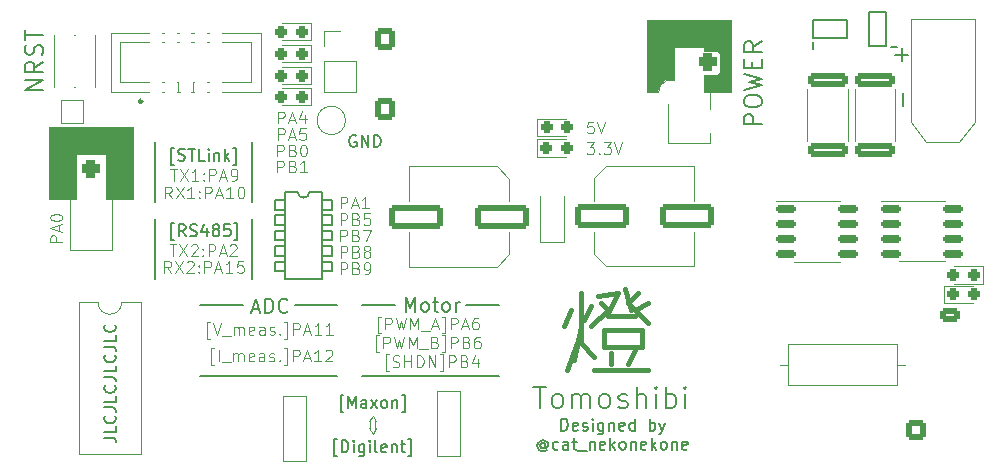
<source format=gbr>
%TF.GenerationSoftware,KiCad,Pcbnew,(6.0.11)*%
%TF.CreationDate,2024-02-10T16:45:40+09:00*%
%TF.ProjectId,SmallMD,536d616c-6c4d-4442-9e6b-696361645f70,rev?*%
%TF.SameCoordinates,Original*%
%TF.FileFunction,Legend,Top*%
%TF.FilePolarity,Positive*%
%FSLAX46Y46*%
G04 Gerber Fmt 4.6, Leading zero omitted, Abs format (unit mm)*
G04 Created by KiCad (PCBNEW (6.0.11)) date 2024-02-10 16:45:40*
%MOMM*%
%LPD*%
G01*
G04 APERTURE LIST*
G04 Aperture macros list*
%AMRoundRect*
0 Rectangle with rounded corners*
0 $1 Rounding radius*
0 $2 $3 $4 $5 $6 $7 $8 $9 X,Y pos of 4 corners*
0 Add a 4 corners polygon primitive as box body*
4,1,4,$2,$3,$4,$5,$6,$7,$8,$9,$2,$3,0*
0 Add four circle primitives for the rounded corners*
1,1,$1+$1,$2,$3*
1,1,$1+$1,$4,$5*
1,1,$1+$1,$6,$7*
1,1,$1+$1,$8,$9*
0 Add four rect primitives between the rounded corners*
20,1,$1+$1,$2,$3,$4,$5,0*
20,1,$1+$1,$4,$5,$6,$7,0*
20,1,$1+$1,$6,$7,$8,$9,0*
20,1,$1+$1,$8,$9,$2,$3,0*%
%AMFreePoly0*
4,1,6,1.000000,0.000000,0.500000,-0.750000,-0.500000,-0.750000,-0.500000,0.750000,0.500000,0.750000,1.000000,0.000000,1.000000,0.000000,$1*%
G04 Aperture macros list end*
%ADD10C,0.150000*%
%ADD11C,0.400000*%
%ADD12C,0.120000*%
%ADD13C,0.130000*%
%ADD14C,0.210000*%
%ADD15C,0.200000*%
%ADD16C,0.283607*%
%ADD17RoundRect,0.381000X-0.381000X-0.381000X0.381000X-0.381000X0.381000X0.381000X-0.381000X0.381000X0*%
%ADD18C,1.524000*%
%ADD19R,0.740000X3.250000*%
%ADD20R,3.800000X3.800000*%
%ADD21C,3.800000*%
%ADD22RoundRect,0.250001X1.999999X0.799999X-1.999999X0.799999X-1.999999X-0.799999X1.999999X-0.799999X0*%
%ADD23R,1.500000X1.500000*%
%ADD24FreePoly0,270.000000*%
%ADD25FreePoly0,90.000000*%
%ADD26RoundRect,0.237500X0.287500X0.237500X-0.287500X0.237500X-0.287500X-0.237500X0.287500X-0.237500X0*%
%ADD27C,2.000000*%
%ADD28RoundRect,0.237500X-0.287500X-0.237500X0.287500X-0.237500X0.287500X0.237500X-0.287500X0.237500X0*%
%ADD29R,0.575000X0.620000*%
%ADD30RoundRect,0.250000X1.425000X-0.362500X1.425000X0.362500X-1.425000X0.362500X-1.425000X-0.362500X0*%
%ADD31RoundRect,0.250001X-1.999999X-0.799999X1.999999X-0.799999X1.999999X0.799999X-1.999999X0.799999X0*%
%ADD32R,0.620000X0.575000*%
%ADD33R,1.200000X0.900000*%
%ADD34RoundRect,0.150000X-0.675000X-0.150000X0.675000X-0.150000X0.675000X0.150000X-0.675000X0.150000X0*%
%ADD35R,1.700000X1.700000*%
%ADD36O,1.700000X1.700000*%
%ADD37C,1.600000*%
%ADD38O,1.600000X1.600000*%
%ADD39R,1.600000X1.600000*%
%ADD40R,0.650000X1.050000*%
%ADD41RoundRect,0.250000X-0.600000X-0.675000X0.600000X-0.675000X0.600000X0.675000X-0.600000X0.675000X0*%
%ADD42O,1.700000X1.850000*%
%ADD43C,4.000000*%
%ADD44RoundRect,0.250000X0.600000X-0.600000X0.600000X0.600000X-0.600000X0.600000X-0.600000X-0.600000X0*%
%ADD45C,1.700000*%
%ADD46RoundRect,0.250000X-0.625000X0.350000X-0.625000X-0.350000X0.625000X-0.350000X0.625000X0.350000X0*%
%ADD47O,1.750000X1.200000*%
G04 APERTURE END LIST*
D10*
X108600000Y-74950000D02*
X108600000Y-80050000D01*
X111350000Y-78050000D02*
X110550000Y-78050000D01*
X110550000Y-78050000D02*
X110550000Y-77250000D01*
X110550000Y-77250000D02*
X111350000Y-77250000D01*
X111350000Y-77250000D02*
X111350000Y-78050000D01*
X120700000Y-82250000D02*
X117900000Y-82250000D01*
X107800000Y-82250000D02*
X104200000Y-82250000D01*
X115350000Y-79350000D02*
X114550000Y-79350000D01*
X114550000Y-79350000D02*
X114550000Y-78550000D01*
X114550000Y-78550000D02*
X115350000Y-78550000D01*
X115350000Y-78550000D02*
X115350000Y-79350000D01*
X115350000Y-78050000D02*
X114550000Y-78050000D01*
X114550000Y-78050000D02*
X114550000Y-77250000D01*
X114550000Y-77250000D02*
X115350000Y-77250000D01*
X115350000Y-77250000D02*
X115350000Y-78050000D01*
X115350000Y-75450000D02*
X114550000Y-75450000D01*
X114550000Y-75450000D02*
X114550000Y-74650000D01*
X114550000Y-74650000D02*
X115350000Y-74650000D01*
X115350000Y-74650000D02*
X115350000Y-75450000D01*
X114550000Y-72650000D02*
X114550000Y-80050000D01*
X112450000Y-72650000D02*
G75*
G03*
X113450000Y-72650000I500000J0D01*
G01*
X100400000Y-74950000D02*
X100400000Y-80050000D01*
X117900000Y-88250000D02*
X129500000Y-88250000D01*
X115350000Y-74150000D02*
X114550000Y-74150000D01*
X114550000Y-74150000D02*
X114550000Y-73350000D01*
X114550000Y-73350000D02*
X115350000Y-73350000D01*
X115350000Y-73350000D02*
X115350000Y-74150000D01*
X111350000Y-76750000D02*
X110550000Y-76750000D01*
X110550000Y-76750000D02*
X110550000Y-75950000D01*
X110550000Y-75950000D02*
X111350000Y-75950000D01*
X111350000Y-75950000D02*
X111350000Y-76750000D01*
X111350000Y-75450000D02*
X110550000Y-75450000D01*
X110550000Y-75450000D02*
X110550000Y-74650000D01*
X110550000Y-74650000D02*
X111350000Y-74650000D01*
X111350000Y-74650000D02*
X111350000Y-75450000D01*
X111350000Y-74150000D02*
X110550000Y-74150000D01*
X110550000Y-74150000D02*
X110550000Y-73350000D01*
X110550000Y-73350000D02*
X111350000Y-73350000D01*
X111350000Y-73350000D02*
X111350000Y-74150000D01*
X111350000Y-79350000D02*
X110550000Y-79350000D01*
X110550000Y-79350000D02*
X110550000Y-78550000D01*
X110550000Y-78550000D02*
X111350000Y-78550000D01*
X111350000Y-78550000D02*
X111350000Y-79350000D01*
X111350000Y-72650000D02*
X112450000Y-72650000D01*
X113450000Y-72650000D02*
X114550000Y-72650000D01*
X115350000Y-76750000D02*
X114550000Y-76750000D01*
X114550000Y-76750000D02*
X114550000Y-75950000D01*
X114550000Y-75950000D02*
X115350000Y-75950000D01*
X115350000Y-75950000D02*
X115350000Y-76750000D01*
X104200000Y-88250000D02*
X115800000Y-88250000D01*
X108600000Y-68450000D02*
X108600000Y-73550000D01*
X112200000Y-82250000D02*
X115800000Y-82250000D01*
X111350000Y-80050000D02*
X114550000Y-80050000D01*
X100400000Y-68450000D02*
X100400000Y-73550000D01*
X126700000Y-82250000D02*
X129500000Y-82250000D01*
X111350000Y-72650000D02*
X111350000Y-80050000D01*
D11*
X138707142Y-83192857D02*
X140992857Y-83192857D01*
X138421428Y-85764285D02*
X141564285Y-85764285D01*
X137564285Y-87764285D02*
X142135714Y-87764285D01*
X138421428Y-84335714D02*
X138421428Y-85764285D01*
X138421428Y-84335714D02*
X141564285Y-84335714D01*
X141564285Y-85764285D01*
X136421428Y-81192857D02*
X136421428Y-85478571D01*
X137564285Y-86621428D01*
X140421428Y-82050000D02*
X142135714Y-83764285D01*
X142135714Y-82050000D02*
X140992857Y-82621428D01*
X138135714Y-82050000D02*
X138707142Y-82621428D01*
X137278571Y-84050000D01*
X141278571Y-81192857D02*
X140421428Y-82050000D01*
X138992857Y-86335714D02*
X138992857Y-87192857D01*
X140135714Y-80907142D02*
X140707142Y-82621428D01*
X140992857Y-86050000D02*
X140421428Y-87192857D01*
X137278571Y-82335714D02*
X136707142Y-83478571D01*
X136135714Y-85478571D02*
X135278571Y-87764285D01*
X137850000Y-81478571D02*
X139564285Y-81192857D01*
X138707142Y-82907142D01*
X135564285Y-82621428D02*
X134992857Y-84050000D01*
X136421428Y-84050000D02*
X135850000Y-86907142D01*
D12*
X101738095Y-79502380D02*
X101404761Y-79026190D01*
X101166666Y-79502380D02*
X101166666Y-78502380D01*
X101547619Y-78502380D01*
X101642857Y-78550000D01*
X101690476Y-78597619D01*
X101738095Y-78692857D01*
X101738095Y-78835714D01*
X101690476Y-78930952D01*
X101642857Y-78978571D01*
X101547619Y-79026190D01*
X101166666Y-79026190D01*
X102071428Y-78502380D02*
X102738095Y-79502380D01*
X102738095Y-78502380D02*
X102071428Y-79502380D01*
X103071428Y-78597619D02*
X103119047Y-78550000D01*
X103214285Y-78502380D01*
X103452380Y-78502380D01*
X103547619Y-78550000D01*
X103595238Y-78597619D01*
X103642857Y-78692857D01*
X103642857Y-78788095D01*
X103595238Y-78930952D01*
X103023809Y-79502380D01*
X103642857Y-79502380D01*
X104071428Y-79407142D02*
X104119047Y-79454761D01*
X104071428Y-79502380D01*
X104023809Y-79454761D01*
X104071428Y-79407142D01*
X104071428Y-79502380D01*
X104071428Y-78883333D02*
X104119047Y-78930952D01*
X104071428Y-78978571D01*
X104023809Y-78930952D01*
X104071428Y-78883333D01*
X104071428Y-78978571D01*
X104547619Y-79502380D02*
X104547619Y-78502380D01*
X104928571Y-78502380D01*
X105023809Y-78550000D01*
X105071428Y-78597619D01*
X105119047Y-78692857D01*
X105119047Y-78835714D01*
X105071428Y-78930952D01*
X105023809Y-78978571D01*
X104928571Y-79026190D01*
X104547619Y-79026190D01*
X105500000Y-79216666D02*
X105976190Y-79216666D01*
X105404761Y-79502380D02*
X105738095Y-78502380D01*
X106071428Y-79502380D01*
X106928571Y-79502380D02*
X106357142Y-79502380D01*
X106642857Y-79502380D02*
X106642857Y-78502380D01*
X106547619Y-78645238D01*
X106452380Y-78740476D01*
X106357142Y-78788095D01*
X107833333Y-78502380D02*
X107357142Y-78502380D01*
X107309523Y-78978571D01*
X107357142Y-78930952D01*
X107452380Y-78883333D01*
X107690476Y-78883333D01*
X107785714Y-78930952D01*
X107833333Y-78978571D01*
X107880952Y-79073809D01*
X107880952Y-79311904D01*
X107833333Y-79407142D01*
X107785714Y-79454761D01*
X107690476Y-79502380D01*
X107452380Y-79502380D01*
X107357142Y-79454761D01*
X107309523Y-79407142D01*
D13*
X102000000Y-70335714D02*
X101761904Y-70335714D01*
X101761904Y-68907142D01*
X102000000Y-68907142D01*
X102333333Y-69954761D02*
X102476190Y-70002380D01*
X102714285Y-70002380D01*
X102809523Y-69954761D01*
X102857142Y-69907142D01*
X102904761Y-69811904D01*
X102904761Y-69716666D01*
X102857142Y-69621428D01*
X102809523Y-69573809D01*
X102714285Y-69526190D01*
X102523809Y-69478571D01*
X102428571Y-69430952D01*
X102380952Y-69383333D01*
X102333333Y-69288095D01*
X102333333Y-69192857D01*
X102380952Y-69097619D01*
X102428571Y-69050000D01*
X102523809Y-69002380D01*
X102761904Y-69002380D01*
X102904761Y-69050000D01*
X103190476Y-69002380D02*
X103761904Y-69002380D01*
X103476190Y-70002380D02*
X103476190Y-69002380D01*
X104571428Y-70002380D02*
X104095238Y-70002380D01*
X104095238Y-69002380D01*
X104904761Y-70002380D02*
X104904761Y-69335714D01*
X104904761Y-69002380D02*
X104857142Y-69050000D01*
X104904761Y-69097619D01*
X104952380Y-69050000D01*
X104904761Y-69002380D01*
X104904761Y-69097619D01*
X105380952Y-69335714D02*
X105380952Y-70002380D01*
X105380952Y-69430952D02*
X105428571Y-69383333D01*
X105523809Y-69335714D01*
X105666666Y-69335714D01*
X105761904Y-69383333D01*
X105809523Y-69478571D01*
X105809523Y-70002380D01*
X106285714Y-70002380D02*
X106285714Y-69002380D01*
X106380952Y-69621428D02*
X106666666Y-70002380D01*
X106666666Y-69335714D02*
X106285714Y-69716666D01*
X107000000Y-70335714D02*
X107238095Y-70335714D01*
X107238095Y-68907142D01*
X107000000Y-68907142D01*
D10*
X121600000Y-82792857D02*
X121600000Y-81592857D01*
X122000000Y-82450000D01*
X122400000Y-81592857D01*
X122400000Y-82792857D01*
X123142857Y-82792857D02*
X123028571Y-82735714D01*
X122971428Y-82678571D01*
X122914285Y-82564285D01*
X122914285Y-82221428D01*
X122971428Y-82107142D01*
X123028571Y-82050000D01*
X123142857Y-81992857D01*
X123314285Y-81992857D01*
X123428571Y-82050000D01*
X123485714Y-82107142D01*
X123542857Y-82221428D01*
X123542857Y-82564285D01*
X123485714Y-82678571D01*
X123428571Y-82735714D01*
X123314285Y-82792857D01*
X123142857Y-82792857D01*
X123885714Y-81992857D02*
X124342857Y-81992857D01*
X124057142Y-81592857D02*
X124057142Y-82621428D01*
X124114285Y-82735714D01*
X124228571Y-82792857D01*
X124342857Y-82792857D01*
X124914285Y-82792857D02*
X124800000Y-82735714D01*
X124742857Y-82678571D01*
X124685714Y-82564285D01*
X124685714Y-82221428D01*
X124742857Y-82107142D01*
X124800000Y-82050000D01*
X124914285Y-81992857D01*
X125085714Y-81992857D01*
X125200000Y-82050000D01*
X125257142Y-82107142D01*
X125314285Y-82221428D01*
X125314285Y-82564285D01*
X125257142Y-82678571D01*
X125200000Y-82735714D01*
X125085714Y-82792857D01*
X124914285Y-82792857D01*
X125828571Y-82792857D02*
X125828571Y-81992857D01*
X125828571Y-82221428D02*
X125885714Y-82107142D01*
X125942857Y-82050000D01*
X126057142Y-81992857D01*
X126171428Y-81992857D01*
D12*
X110783333Y-68252380D02*
X110783333Y-67252380D01*
X111164285Y-67252380D01*
X111259523Y-67300000D01*
X111307142Y-67347619D01*
X111354761Y-67442857D01*
X111354761Y-67585714D01*
X111307142Y-67680952D01*
X111259523Y-67728571D01*
X111164285Y-67776190D01*
X110783333Y-67776190D01*
X111735714Y-67966666D02*
X112211904Y-67966666D01*
X111640476Y-68252380D02*
X111973809Y-67252380D01*
X112307142Y-68252380D01*
X113116666Y-67252380D02*
X112640476Y-67252380D01*
X112592857Y-67728571D01*
X112640476Y-67680952D01*
X112735714Y-67633333D01*
X112973809Y-67633333D01*
X113069047Y-67680952D01*
X113116666Y-67728571D01*
X113164285Y-67823809D01*
X113164285Y-68061904D01*
X113116666Y-68157142D01*
X113069047Y-68204761D01*
X112973809Y-68252380D01*
X112735714Y-68252380D01*
X112640476Y-68204761D01*
X112592857Y-68157142D01*
X120157142Y-87835714D02*
X119919047Y-87835714D01*
X119919047Y-86407142D01*
X120157142Y-86407142D01*
X120490476Y-87454761D02*
X120633333Y-87502380D01*
X120871428Y-87502380D01*
X120966666Y-87454761D01*
X121014285Y-87407142D01*
X121061904Y-87311904D01*
X121061904Y-87216666D01*
X121014285Y-87121428D01*
X120966666Y-87073809D01*
X120871428Y-87026190D01*
X120680952Y-86978571D01*
X120585714Y-86930952D01*
X120538095Y-86883333D01*
X120490476Y-86788095D01*
X120490476Y-86692857D01*
X120538095Y-86597619D01*
X120585714Y-86550000D01*
X120680952Y-86502380D01*
X120919047Y-86502380D01*
X121061904Y-86550000D01*
X121490476Y-87502380D02*
X121490476Y-86502380D01*
X121490476Y-86978571D02*
X122061904Y-86978571D01*
X122061904Y-87502380D02*
X122061904Y-86502380D01*
X122538095Y-87502380D02*
X122538095Y-86502380D01*
X122776190Y-86502380D01*
X122919047Y-86550000D01*
X123014285Y-86645238D01*
X123061904Y-86740476D01*
X123109523Y-86930952D01*
X123109523Y-87073809D01*
X123061904Y-87264285D01*
X123014285Y-87359523D01*
X122919047Y-87454761D01*
X122776190Y-87502380D01*
X122538095Y-87502380D01*
X123538095Y-87502380D02*
X123538095Y-86502380D01*
X124109523Y-87502380D01*
X124109523Y-86502380D01*
X124490476Y-87835714D02*
X124728571Y-87835714D01*
X124728571Y-86407142D01*
X124490476Y-86407142D01*
X125252380Y-87502380D02*
X125252380Y-86502380D01*
X125633333Y-86502380D01*
X125728571Y-86550000D01*
X125776190Y-86597619D01*
X125823809Y-86692857D01*
X125823809Y-86835714D01*
X125776190Y-86930952D01*
X125728571Y-86978571D01*
X125633333Y-87026190D01*
X125252380Y-87026190D01*
X126585714Y-86978571D02*
X126728571Y-87026190D01*
X126776190Y-87073809D01*
X126823809Y-87169047D01*
X126823809Y-87311904D01*
X126776190Y-87407142D01*
X126728571Y-87454761D01*
X126633333Y-87502380D01*
X126252380Y-87502380D01*
X126252380Y-86502380D01*
X126585714Y-86502380D01*
X126680952Y-86550000D01*
X126728571Y-86597619D01*
X126776190Y-86692857D01*
X126776190Y-86788095D01*
X126728571Y-86883333D01*
X126680952Y-86930952D01*
X126585714Y-86978571D01*
X126252380Y-86978571D01*
X127680952Y-86835714D02*
X127680952Y-87502380D01*
X127442857Y-86454761D02*
X127204761Y-87169047D01*
X127823809Y-87169047D01*
D13*
X134766666Y-92857380D02*
X134766666Y-91857380D01*
X135004761Y-91857380D01*
X135147619Y-91905000D01*
X135242857Y-92000238D01*
X135290476Y-92095476D01*
X135338095Y-92285952D01*
X135338095Y-92428809D01*
X135290476Y-92619285D01*
X135242857Y-92714523D01*
X135147619Y-92809761D01*
X135004761Y-92857380D01*
X134766666Y-92857380D01*
X136147619Y-92809761D02*
X136052380Y-92857380D01*
X135861904Y-92857380D01*
X135766666Y-92809761D01*
X135719047Y-92714523D01*
X135719047Y-92333571D01*
X135766666Y-92238333D01*
X135861904Y-92190714D01*
X136052380Y-92190714D01*
X136147619Y-92238333D01*
X136195238Y-92333571D01*
X136195238Y-92428809D01*
X135719047Y-92524047D01*
X136576190Y-92809761D02*
X136671428Y-92857380D01*
X136861904Y-92857380D01*
X136957142Y-92809761D01*
X137004761Y-92714523D01*
X137004761Y-92666904D01*
X136957142Y-92571666D01*
X136861904Y-92524047D01*
X136719047Y-92524047D01*
X136623809Y-92476428D01*
X136576190Y-92381190D01*
X136576190Y-92333571D01*
X136623809Y-92238333D01*
X136719047Y-92190714D01*
X136861904Y-92190714D01*
X136957142Y-92238333D01*
X137433333Y-92857380D02*
X137433333Y-92190714D01*
X137433333Y-91857380D02*
X137385714Y-91905000D01*
X137433333Y-91952619D01*
X137480952Y-91905000D01*
X137433333Y-91857380D01*
X137433333Y-91952619D01*
X138338095Y-92190714D02*
X138338095Y-93000238D01*
X138290476Y-93095476D01*
X138242857Y-93143095D01*
X138147619Y-93190714D01*
X138004761Y-93190714D01*
X137909523Y-93143095D01*
X138338095Y-92809761D02*
X138242857Y-92857380D01*
X138052380Y-92857380D01*
X137957142Y-92809761D01*
X137909523Y-92762142D01*
X137861904Y-92666904D01*
X137861904Y-92381190D01*
X137909523Y-92285952D01*
X137957142Y-92238333D01*
X138052380Y-92190714D01*
X138242857Y-92190714D01*
X138338095Y-92238333D01*
X138814285Y-92190714D02*
X138814285Y-92857380D01*
X138814285Y-92285952D02*
X138861904Y-92238333D01*
X138957142Y-92190714D01*
X139100000Y-92190714D01*
X139195238Y-92238333D01*
X139242857Y-92333571D01*
X139242857Y-92857380D01*
X140100000Y-92809761D02*
X140004761Y-92857380D01*
X139814285Y-92857380D01*
X139719047Y-92809761D01*
X139671428Y-92714523D01*
X139671428Y-92333571D01*
X139719047Y-92238333D01*
X139814285Y-92190714D01*
X140004761Y-92190714D01*
X140100000Y-92238333D01*
X140147619Y-92333571D01*
X140147619Y-92428809D01*
X139671428Y-92524047D01*
X141004761Y-92857380D02*
X141004761Y-91857380D01*
X141004761Y-92809761D02*
X140909523Y-92857380D01*
X140719047Y-92857380D01*
X140623809Y-92809761D01*
X140576190Y-92762142D01*
X140528571Y-92666904D01*
X140528571Y-92381190D01*
X140576190Y-92285952D01*
X140623809Y-92238333D01*
X140719047Y-92190714D01*
X140909523Y-92190714D01*
X141004761Y-92238333D01*
X142242857Y-92857380D02*
X142242857Y-91857380D01*
X142242857Y-92238333D02*
X142338095Y-92190714D01*
X142528571Y-92190714D01*
X142623809Y-92238333D01*
X142671428Y-92285952D01*
X142719047Y-92381190D01*
X142719047Y-92666904D01*
X142671428Y-92762142D01*
X142623809Y-92809761D01*
X142528571Y-92857380D01*
X142338095Y-92857380D01*
X142242857Y-92809761D01*
X143052380Y-92190714D02*
X143290476Y-92857380D01*
X143528571Y-92190714D02*
X143290476Y-92857380D01*
X143195238Y-93095476D01*
X143147619Y-93143095D01*
X143052380Y-93190714D01*
X133409523Y-93991190D02*
X133361904Y-93943571D01*
X133266666Y-93895952D01*
X133171428Y-93895952D01*
X133076190Y-93943571D01*
X133028571Y-93991190D01*
X132980952Y-94086428D01*
X132980952Y-94181666D01*
X133028571Y-94276904D01*
X133076190Y-94324523D01*
X133171428Y-94372142D01*
X133266666Y-94372142D01*
X133361904Y-94324523D01*
X133409523Y-94276904D01*
X133409523Y-93895952D02*
X133409523Y-94276904D01*
X133457142Y-94324523D01*
X133504761Y-94324523D01*
X133600000Y-94276904D01*
X133647619Y-94181666D01*
X133647619Y-93943571D01*
X133552380Y-93800714D01*
X133409523Y-93705476D01*
X133219047Y-93657857D01*
X133028571Y-93705476D01*
X132885714Y-93800714D01*
X132790476Y-93943571D01*
X132742857Y-94134047D01*
X132790476Y-94324523D01*
X132885714Y-94467380D01*
X133028571Y-94562619D01*
X133219047Y-94610238D01*
X133409523Y-94562619D01*
X133552380Y-94467380D01*
X134504761Y-94419761D02*
X134409523Y-94467380D01*
X134219047Y-94467380D01*
X134123809Y-94419761D01*
X134076190Y-94372142D01*
X134028571Y-94276904D01*
X134028571Y-93991190D01*
X134076190Y-93895952D01*
X134123809Y-93848333D01*
X134219047Y-93800714D01*
X134409523Y-93800714D01*
X134504761Y-93848333D01*
X135361904Y-94467380D02*
X135361904Y-93943571D01*
X135314285Y-93848333D01*
X135219047Y-93800714D01*
X135028571Y-93800714D01*
X134933333Y-93848333D01*
X135361904Y-94419761D02*
X135266666Y-94467380D01*
X135028571Y-94467380D01*
X134933333Y-94419761D01*
X134885714Y-94324523D01*
X134885714Y-94229285D01*
X134933333Y-94134047D01*
X135028571Y-94086428D01*
X135266666Y-94086428D01*
X135361904Y-94038809D01*
X135695238Y-93800714D02*
X136076190Y-93800714D01*
X135838095Y-93467380D02*
X135838095Y-94324523D01*
X135885714Y-94419761D01*
X135980952Y-94467380D01*
X136076190Y-94467380D01*
X136171428Y-94562619D02*
X136933333Y-94562619D01*
X137171428Y-93800714D02*
X137171428Y-94467380D01*
X137171428Y-93895952D02*
X137219047Y-93848333D01*
X137314285Y-93800714D01*
X137457142Y-93800714D01*
X137552380Y-93848333D01*
X137600000Y-93943571D01*
X137600000Y-94467380D01*
X138457142Y-94419761D02*
X138361904Y-94467380D01*
X138171428Y-94467380D01*
X138076190Y-94419761D01*
X138028571Y-94324523D01*
X138028571Y-93943571D01*
X138076190Y-93848333D01*
X138171428Y-93800714D01*
X138361904Y-93800714D01*
X138457142Y-93848333D01*
X138504761Y-93943571D01*
X138504761Y-94038809D01*
X138028571Y-94134047D01*
X138933333Y-94467380D02*
X138933333Y-93467380D01*
X139028571Y-94086428D02*
X139314285Y-94467380D01*
X139314285Y-93800714D02*
X138933333Y-94181666D01*
X139885714Y-94467380D02*
X139790476Y-94419761D01*
X139742857Y-94372142D01*
X139695238Y-94276904D01*
X139695238Y-93991190D01*
X139742857Y-93895952D01*
X139790476Y-93848333D01*
X139885714Y-93800714D01*
X140028571Y-93800714D01*
X140123809Y-93848333D01*
X140171428Y-93895952D01*
X140219047Y-93991190D01*
X140219047Y-94276904D01*
X140171428Y-94372142D01*
X140123809Y-94419761D01*
X140028571Y-94467380D01*
X139885714Y-94467380D01*
X140647619Y-93800714D02*
X140647619Y-94467380D01*
X140647619Y-93895952D02*
X140695238Y-93848333D01*
X140790476Y-93800714D01*
X140933333Y-93800714D01*
X141028571Y-93848333D01*
X141076190Y-93943571D01*
X141076190Y-94467380D01*
X141933333Y-94419761D02*
X141838095Y-94467380D01*
X141647619Y-94467380D01*
X141552380Y-94419761D01*
X141504761Y-94324523D01*
X141504761Y-93943571D01*
X141552380Y-93848333D01*
X141647619Y-93800714D01*
X141838095Y-93800714D01*
X141933333Y-93848333D01*
X141980952Y-93943571D01*
X141980952Y-94038809D01*
X141504761Y-94134047D01*
X142409523Y-94467380D02*
X142409523Y-93467380D01*
X142504761Y-94086428D02*
X142790476Y-94467380D01*
X142790476Y-93800714D02*
X142409523Y-94181666D01*
X143361904Y-94467380D02*
X143266666Y-94419761D01*
X143219047Y-94372142D01*
X143171428Y-94276904D01*
X143171428Y-93991190D01*
X143219047Y-93895952D01*
X143266666Y-93848333D01*
X143361904Y-93800714D01*
X143504761Y-93800714D01*
X143600000Y-93848333D01*
X143647619Y-93895952D01*
X143695238Y-93991190D01*
X143695238Y-94276904D01*
X143647619Y-94372142D01*
X143600000Y-94419761D01*
X143504761Y-94467380D01*
X143361904Y-94467380D01*
X144123809Y-93800714D02*
X144123809Y-94467380D01*
X144123809Y-93895952D02*
X144171428Y-93848333D01*
X144266666Y-93800714D01*
X144409523Y-93800714D01*
X144504761Y-93848333D01*
X144552380Y-93943571D01*
X144552380Y-94467380D01*
X145409523Y-94419761D02*
X145314285Y-94467380D01*
X145123809Y-94467380D01*
X145028571Y-94419761D01*
X144980952Y-94324523D01*
X144980952Y-93943571D01*
X145028571Y-93848333D01*
X145123809Y-93800714D01*
X145314285Y-93800714D01*
X145409523Y-93848333D01*
X145457142Y-93943571D01*
X145457142Y-94038809D01*
X144980952Y-94134047D01*
D12*
X119322142Y-86235714D02*
X119084047Y-86235714D01*
X119084047Y-84807142D01*
X119322142Y-84807142D01*
X119703095Y-85902380D02*
X119703095Y-84902380D01*
X120084047Y-84902380D01*
X120179285Y-84950000D01*
X120226904Y-84997619D01*
X120274523Y-85092857D01*
X120274523Y-85235714D01*
X120226904Y-85330952D01*
X120179285Y-85378571D01*
X120084047Y-85426190D01*
X119703095Y-85426190D01*
X120607857Y-84902380D02*
X120845952Y-85902380D01*
X121036428Y-85188095D01*
X121226904Y-85902380D01*
X121465000Y-84902380D01*
X121845952Y-85902380D02*
X121845952Y-84902380D01*
X122179285Y-85616666D01*
X122512619Y-84902380D01*
X122512619Y-85902380D01*
X122750714Y-85997619D02*
X123512619Y-85997619D01*
X124084047Y-85378571D02*
X124226904Y-85426190D01*
X124274523Y-85473809D01*
X124322142Y-85569047D01*
X124322142Y-85711904D01*
X124274523Y-85807142D01*
X124226904Y-85854761D01*
X124131666Y-85902380D01*
X123750714Y-85902380D01*
X123750714Y-84902380D01*
X124084047Y-84902380D01*
X124179285Y-84950000D01*
X124226904Y-84997619D01*
X124274523Y-85092857D01*
X124274523Y-85188095D01*
X124226904Y-85283333D01*
X124179285Y-85330952D01*
X124084047Y-85378571D01*
X123750714Y-85378571D01*
X124655476Y-86235714D02*
X124893571Y-86235714D01*
X124893571Y-84807142D01*
X124655476Y-84807142D01*
X125417380Y-85902380D02*
X125417380Y-84902380D01*
X125798333Y-84902380D01*
X125893571Y-84950000D01*
X125941190Y-84997619D01*
X125988809Y-85092857D01*
X125988809Y-85235714D01*
X125941190Y-85330952D01*
X125893571Y-85378571D01*
X125798333Y-85426190D01*
X125417380Y-85426190D01*
X126750714Y-85378571D02*
X126893571Y-85426190D01*
X126941190Y-85473809D01*
X126988809Y-85569047D01*
X126988809Y-85711904D01*
X126941190Y-85807142D01*
X126893571Y-85854761D01*
X126798333Y-85902380D01*
X126417380Y-85902380D01*
X126417380Y-84902380D01*
X126750714Y-84902380D01*
X126845952Y-84950000D01*
X126893571Y-84997619D01*
X126941190Y-85092857D01*
X126941190Y-85188095D01*
X126893571Y-85283333D01*
X126845952Y-85330952D01*
X126750714Y-85378571D01*
X126417380Y-85378571D01*
X127845952Y-84902380D02*
X127655476Y-84902380D01*
X127560238Y-84950000D01*
X127512619Y-84997619D01*
X127417380Y-85140476D01*
X127369761Y-85330952D01*
X127369761Y-85711904D01*
X127417380Y-85807142D01*
X127465000Y-85854761D01*
X127560238Y-85902380D01*
X127750714Y-85902380D01*
X127845952Y-85854761D01*
X127893571Y-85807142D01*
X127941190Y-85711904D01*
X127941190Y-85473809D01*
X127893571Y-85378571D01*
X127845952Y-85330952D01*
X127750714Y-85283333D01*
X127560238Y-85283333D01*
X127465000Y-85330952D01*
X127417380Y-85378571D01*
X127369761Y-85473809D01*
X116086904Y-78227380D02*
X116086904Y-77227380D01*
X116467857Y-77227380D01*
X116563095Y-77275000D01*
X116610714Y-77322619D01*
X116658333Y-77417857D01*
X116658333Y-77560714D01*
X116610714Y-77655952D01*
X116563095Y-77703571D01*
X116467857Y-77751190D01*
X116086904Y-77751190D01*
X117420238Y-77703571D02*
X117563095Y-77751190D01*
X117610714Y-77798809D01*
X117658333Y-77894047D01*
X117658333Y-78036904D01*
X117610714Y-78132142D01*
X117563095Y-78179761D01*
X117467857Y-78227380D01*
X117086904Y-78227380D01*
X117086904Y-77227380D01*
X117420238Y-77227380D01*
X117515476Y-77275000D01*
X117563095Y-77322619D01*
X117610714Y-77417857D01*
X117610714Y-77513095D01*
X117563095Y-77608333D01*
X117515476Y-77655952D01*
X117420238Y-77703571D01*
X117086904Y-77703571D01*
X118229761Y-77655952D02*
X118134523Y-77608333D01*
X118086904Y-77560714D01*
X118039285Y-77465476D01*
X118039285Y-77417857D01*
X118086904Y-77322619D01*
X118134523Y-77275000D01*
X118229761Y-77227380D01*
X118420238Y-77227380D01*
X118515476Y-77275000D01*
X118563095Y-77322619D01*
X118610714Y-77417857D01*
X118610714Y-77465476D01*
X118563095Y-77560714D01*
X118515476Y-77608333D01*
X118420238Y-77655952D01*
X118229761Y-77655952D01*
X118134523Y-77703571D01*
X118086904Y-77751190D01*
X118039285Y-77846428D01*
X118039285Y-78036904D01*
X118086904Y-78132142D01*
X118134523Y-78179761D01*
X118229761Y-78227380D01*
X118420238Y-78227380D01*
X118515476Y-78179761D01*
X118563095Y-78132142D01*
X118610714Y-78036904D01*
X118610714Y-77846428D01*
X118563095Y-77751190D01*
X118515476Y-77703571D01*
X118420238Y-77655952D01*
X92502380Y-76916666D02*
X91502380Y-76916666D01*
X91502380Y-76535714D01*
X91550000Y-76440476D01*
X91597619Y-76392857D01*
X91692857Y-76345238D01*
X91835714Y-76345238D01*
X91930952Y-76392857D01*
X91978571Y-76440476D01*
X92026190Y-76535714D01*
X92026190Y-76916666D01*
X92216666Y-75964285D02*
X92216666Y-75488095D01*
X92502380Y-76059523D02*
X91502380Y-75726190D01*
X92502380Y-75392857D01*
X91502380Y-74869047D02*
X91502380Y-74773809D01*
X91550000Y-74678571D01*
X91597619Y-74630952D01*
X91692857Y-74583333D01*
X91883333Y-74535714D01*
X92121428Y-74535714D01*
X92311904Y-74583333D01*
X92407142Y-74630952D01*
X92454761Y-74678571D01*
X92502380Y-74773809D01*
X92502380Y-74869047D01*
X92454761Y-74964285D01*
X92407142Y-75011904D01*
X92311904Y-75059523D01*
X92121428Y-75107142D01*
X91883333Y-75107142D01*
X91692857Y-75059523D01*
X91597619Y-75011904D01*
X91550000Y-74964285D01*
X91502380Y-74869047D01*
D13*
X117388095Y-67900000D02*
X117292857Y-67852380D01*
X117150000Y-67852380D01*
X117007142Y-67900000D01*
X116911904Y-67995238D01*
X116864285Y-68090476D01*
X116816666Y-68280952D01*
X116816666Y-68423809D01*
X116864285Y-68614285D01*
X116911904Y-68709523D01*
X117007142Y-68804761D01*
X117150000Y-68852380D01*
X117245238Y-68852380D01*
X117388095Y-68804761D01*
X117435714Y-68757142D01*
X117435714Y-68423809D01*
X117245238Y-68423809D01*
X117864285Y-68852380D02*
X117864285Y-67852380D01*
X118435714Y-68852380D01*
X118435714Y-67852380D01*
X118911904Y-68852380D02*
X118911904Y-67852380D01*
X119150000Y-67852380D01*
X119292857Y-67900000D01*
X119388095Y-67995238D01*
X119435714Y-68090476D01*
X119483333Y-68280952D01*
X119483333Y-68423809D01*
X119435714Y-68614285D01*
X119388095Y-68709523D01*
X119292857Y-68804761D01*
X119150000Y-68852380D01*
X118911904Y-68852380D01*
D12*
X105026190Y-85085714D02*
X104788095Y-85085714D01*
X104788095Y-83657142D01*
X105026190Y-83657142D01*
X105264285Y-83752380D02*
X105597619Y-84752380D01*
X105930952Y-83752380D01*
X106026190Y-84847619D02*
X106788095Y-84847619D01*
X107026190Y-84752380D02*
X107026190Y-84085714D01*
X107026190Y-84180952D02*
X107073809Y-84133333D01*
X107169047Y-84085714D01*
X107311904Y-84085714D01*
X107407142Y-84133333D01*
X107454761Y-84228571D01*
X107454761Y-84752380D01*
X107454761Y-84228571D02*
X107502380Y-84133333D01*
X107597619Y-84085714D01*
X107740476Y-84085714D01*
X107835714Y-84133333D01*
X107883333Y-84228571D01*
X107883333Y-84752380D01*
X108740476Y-84704761D02*
X108645238Y-84752380D01*
X108454761Y-84752380D01*
X108359523Y-84704761D01*
X108311904Y-84609523D01*
X108311904Y-84228571D01*
X108359523Y-84133333D01*
X108454761Y-84085714D01*
X108645238Y-84085714D01*
X108740476Y-84133333D01*
X108788095Y-84228571D01*
X108788095Y-84323809D01*
X108311904Y-84419047D01*
X109645238Y-84752380D02*
X109645238Y-84228571D01*
X109597619Y-84133333D01*
X109502380Y-84085714D01*
X109311904Y-84085714D01*
X109216666Y-84133333D01*
X109645238Y-84704761D02*
X109550000Y-84752380D01*
X109311904Y-84752380D01*
X109216666Y-84704761D01*
X109169047Y-84609523D01*
X109169047Y-84514285D01*
X109216666Y-84419047D01*
X109311904Y-84371428D01*
X109550000Y-84371428D01*
X109645238Y-84323809D01*
X110073809Y-84704761D02*
X110169047Y-84752380D01*
X110359523Y-84752380D01*
X110454761Y-84704761D01*
X110502380Y-84609523D01*
X110502380Y-84561904D01*
X110454761Y-84466666D01*
X110359523Y-84419047D01*
X110216666Y-84419047D01*
X110121428Y-84371428D01*
X110073809Y-84276190D01*
X110073809Y-84228571D01*
X110121428Y-84133333D01*
X110216666Y-84085714D01*
X110359523Y-84085714D01*
X110454761Y-84133333D01*
X110930952Y-84657142D02*
X110978571Y-84704761D01*
X110930952Y-84752380D01*
X110883333Y-84704761D01*
X110930952Y-84657142D01*
X110930952Y-84752380D01*
X111311904Y-85085714D02*
X111550000Y-85085714D01*
X111550000Y-83657142D01*
X111311904Y-83657142D01*
X112073809Y-84752380D02*
X112073809Y-83752380D01*
X112454761Y-83752380D01*
X112550000Y-83800000D01*
X112597619Y-83847619D01*
X112645238Y-83942857D01*
X112645238Y-84085714D01*
X112597619Y-84180952D01*
X112550000Y-84228571D01*
X112454761Y-84276190D01*
X112073809Y-84276190D01*
X113026190Y-84466666D02*
X113502380Y-84466666D01*
X112930952Y-84752380D02*
X113264285Y-83752380D01*
X113597619Y-84752380D01*
X114454761Y-84752380D02*
X113883333Y-84752380D01*
X114169047Y-84752380D02*
X114169047Y-83752380D01*
X114073809Y-83895238D01*
X113978571Y-83990476D01*
X113883333Y-84038095D01*
X115407142Y-84752380D02*
X114835714Y-84752380D01*
X115121428Y-84752380D02*
X115121428Y-83752380D01*
X115026190Y-83895238D01*
X114930952Y-83990476D01*
X114835714Y-84038095D01*
X105391666Y-87335714D02*
X105153571Y-87335714D01*
X105153571Y-85907142D01*
X105391666Y-85907142D01*
X105772619Y-87002380D02*
X105772619Y-86002380D01*
X106010714Y-87097619D02*
X106772619Y-87097619D01*
X107010714Y-87002380D02*
X107010714Y-86335714D01*
X107010714Y-86430952D02*
X107058333Y-86383333D01*
X107153571Y-86335714D01*
X107296428Y-86335714D01*
X107391666Y-86383333D01*
X107439285Y-86478571D01*
X107439285Y-87002380D01*
X107439285Y-86478571D02*
X107486904Y-86383333D01*
X107582142Y-86335714D01*
X107725000Y-86335714D01*
X107820238Y-86383333D01*
X107867857Y-86478571D01*
X107867857Y-87002380D01*
X108725000Y-86954761D02*
X108629761Y-87002380D01*
X108439285Y-87002380D01*
X108344047Y-86954761D01*
X108296428Y-86859523D01*
X108296428Y-86478571D01*
X108344047Y-86383333D01*
X108439285Y-86335714D01*
X108629761Y-86335714D01*
X108725000Y-86383333D01*
X108772619Y-86478571D01*
X108772619Y-86573809D01*
X108296428Y-86669047D01*
X109629761Y-87002380D02*
X109629761Y-86478571D01*
X109582142Y-86383333D01*
X109486904Y-86335714D01*
X109296428Y-86335714D01*
X109201190Y-86383333D01*
X109629761Y-86954761D02*
X109534523Y-87002380D01*
X109296428Y-87002380D01*
X109201190Y-86954761D01*
X109153571Y-86859523D01*
X109153571Y-86764285D01*
X109201190Y-86669047D01*
X109296428Y-86621428D01*
X109534523Y-86621428D01*
X109629761Y-86573809D01*
X110058333Y-86954761D02*
X110153571Y-87002380D01*
X110344047Y-87002380D01*
X110439285Y-86954761D01*
X110486904Y-86859523D01*
X110486904Y-86811904D01*
X110439285Y-86716666D01*
X110344047Y-86669047D01*
X110201190Y-86669047D01*
X110105952Y-86621428D01*
X110058333Y-86526190D01*
X110058333Y-86478571D01*
X110105952Y-86383333D01*
X110201190Y-86335714D01*
X110344047Y-86335714D01*
X110439285Y-86383333D01*
X110915476Y-86907142D02*
X110963095Y-86954761D01*
X110915476Y-87002380D01*
X110867857Y-86954761D01*
X110915476Y-86907142D01*
X110915476Y-87002380D01*
X111296428Y-87335714D02*
X111534523Y-87335714D01*
X111534523Y-85907142D01*
X111296428Y-85907142D01*
X112058333Y-87002380D02*
X112058333Y-86002380D01*
X112439285Y-86002380D01*
X112534523Y-86050000D01*
X112582142Y-86097619D01*
X112629761Y-86192857D01*
X112629761Y-86335714D01*
X112582142Y-86430952D01*
X112534523Y-86478571D01*
X112439285Y-86526190D01*
X112058333Y-86526190D01*
X113010714Y-86716666D02*
X113486904Y-86716666D01*
X112915476Y-87002380D02*
X113248809Y-86002380D01*
X113582142Y-87002380D01*
X114439285Y-87002380D02*
X113867857Y-87002380D01*
X114153571Y-87002380D02*
X114153571Y-86002380D01*
X114058333Y-86145238D01*
X113963095Y-86240476D01*
X113867857Y-86288095D01*
X114820238Y-86097619D02*
X114867857Y-86050000D01*
X114963095Y-86002380D01*
X115201190Y-86002380D01*
X115296428Y-86050000D01*
X115344047Y-86097619D01*
X115391666Y-86192857D01*
X115391666Y-86288095D01*
X115344047Y-86430952D01*
X114772619Y-87002380D01*
X115391666Y-87002380D01*
X101669047Y-70702380D02*
X102240476Y-70702380D01*
X101954761Y-71702380D02*
X101954761Y-70702380D01*
X102478571Y-70702380D02*
X103145238Y-71702380D01*
X103145238Y-70702380D02*
X102478571Y-71702380D01*
X104050000Y-71702380D02*
X103478571Y-71702380D01*
X103764285Y-71702380D02*
X103764285Y-70702380D01*
X103669047Y-70845238D01*
X103573809Y-70940476D01*
X103478571Y-70988095D01*
X104478571Y-71607142D02*
X104526190Y-71654761D01*
X104478571Y-71702380D01*
X104430952Y-71654761D01*
X104478571Y-71607142D01*
X104478571Y-71702380D01*
X104478571Y-71083333D02*
X104526190Y-71130952D01*
X104478571Y-71178571D01*
X104430952Y-71130952D01*
X104478571Y-71083333D01*
X104478571Y-71178571D01*
X104954761Y-71702380D02*
X104954761Y-70702380D01*
X105335714Y-70702380D01*
X105430952Y-70750000D01*
X105478571Y-70797619D01*
X105526190Y-70892857D01*
X105526190Y-71035714D01*
X105478571Y-71130952D01*
X105430952Y-71178571D01*
X105335714Y-71226190D01*
X104954761Y-71226190D01*
X105907142Y-71416666D02*
X106383333Y-71416666D01*
X105811904Y-71702380D02*
X106145238Y-70702380D01*
X106478571Y-71702380D01*
X106859523Y-71702380D02*
X107050000Y-71702380D01*
X107145238Y-71654761D01*
X107192857Y-71607142D01*
X107288095Y-71464285D01*
X107335714Y-71273809D01*
X107335714Y-70892857D01*
X107288095Y-70797619D01*
X107240476Y-70750000D01*
X107145238Y-70702380D01*
X106954761Y-70702380D01*
X106859523Y-70750000D01*
X106811904Y-70797619D01*
X106764285Y-70892857D01*
X106764285Y-71130952D01*
X106811904Y-71226190D01*
X106859523Y-71273809D01*
X106954761Y-71321428D01*
X107145238Y-71321428D01*
X107240476Y-71273809D01*
X107288095Y-71226190D01*
X107335714Y-71130952D01*
D14*
X132412857Y-89144285D02*
X133441428Y-89144285D01*
X132927142Y-90944285D02*
X132927142Y-89144285D01*
X134298571Y-90944285D02*
X134127142Y-90858571D01*
X134041428Y-90772857D01*
X133955714Y-90601428D01*
X133955714Y-90087142D01*
X134041428Y-89915714D01*
X134127142Y-89830000D01*
X134298571Y-89744285D01*
X134555714Y-89744285D01*
X134727142Y-89830000D01*
X134812857Y-89915714D01*
X134898571Y-90087142D01*
X134898571Y-90601428D01*
X134812857Y-90772857D01*
X134727142Y-90858571D01*
X134555714Y-90944285D01*
X134298571Y-90944285D01*
X135670000Y-90944285D02*
X135670000Y-89744285D01*
X135670000Y-89915714D02*
X135755714Y-89830000D01*
X135927142Y-89744285D01*
X136184285Y-89744285D01*
X136355714Y-89830000D01*
X136441428Y-90001428D01*
X136441428Y-90944285D01*
X136441428Y-90001428D02*
X136527142Y-89830000D01*
X136698571Y-89744285D01*
X136955714Y-89744285D01*
X137127142Y-89830000D01*
X137212857Y-90001428D01*
X137212857Y-90944285D01*
X138327142Y-90944285D02*
X138155714Y-90858571D01*
X138070000Y-90772857D01*
X137984285Y-90601428D01*
X137984285Y-90087142D01*
X138070000Y-89915714D01*
X138155714Y-89830000D01*
X138327142Y-89744285D01*
X138584285Y-89744285D01*
X138755714Y-89830000D01*
X138841428Y-89915714D01*
X138927142Y-90087142D01*
X138927142Y-90601428D01*
X138841428Y-90772857D01*
X138755714Y-90858571D01*
X138584285Y-90944285D01*
X138327142Y-90944285D01*
X139612857Y-90858571D02*
X139784285Y-90944285D01*
X140127142Y-90944285D01*
X140298571Y-90858571D01*
X140384285Y-90687142D01*
X140384285Y-90601428D01*
X140298571Y-90430000D01*
X140127142Y-90344285D01*
X139870000Y-90344285D01*
X139698571Y-90258571D01*
X139612857Y-90087142D01*
X139612857Y-90001428D01*
X139698571Y-89830000D01*
X139870000Y-89744285D01*
X140127142Y-89744285D01*
X140298571Y-89830000D01*
X141155714Y-90944285D02*
X141155714Y-89144285D01*
X141927142Y-90944285D02*
X141927142Y-90001428D01*
X141841428Y-89830000D01*
X141670000Y-89744285D01*
X141412857Y-89744285D01*
X141241428Y-89830000D01*
X141155714Y-89915714D01*
X142784285Y-90944285D02*
X142784285Y-89744285D01*
X142784285Y-89144285D02*
X142698571Y-89230000D01*
X142784285Y-89315714D01*
X142870000Y-89230000D01*
X142784285Y-89144285D01*
X142784285Y-89315714D01*
X143641428Y-90944285D02*
X143641428Y-89144285D01*
X143641428Y-89830000D02*
X143812857Y-89744285D01*
X144155714Y-89744285D01*
X144327142Y-89830000D01*
X144412857Y-89915714D01*
X144498571Y-90087142D01*
X144498571Y-90601428D01*
X144412857Y-90772857D01*
X144327142Y-90858571D01*
X144155714Y-90944285D01*
X143812857Y-90944285D01*
X143641428Y-90858571D01*
X145270000Y-90944285D02*
X145270000Y-89744285D01*
X145270000Y-89144285D02*
X145184285Y-89230000D01*
X145270000Y-89315714D01*
X145355714Y-89230000D01*
X145270000Y-89144285D01*
X145270000Y-89315714D01*
D12*
X136923809Y-68452380D02*
X137542857Y-68452380D01*
X137209523Y-68833333D01*
X137352380Y-68833333D01*
X137447619Y-68880952D01*
X137495238Y-68928571D01*
X137542857Y-69023809D01*
X137542857Y-69261904D01*
X137495238Y-69357142D01*
X137447619Y-69404761D01*
X137352380Y-69452380D01*
X137066666Y-69452380D01*
X136971428Y-69404761D01*
X136923809Y-69357142D01*
X137971428Y-69357142D02*
X138019047Y-69404761D01*
X137971428Y-69452380D01*
X137923809Y-69404761D01*
X137971428Y-69357142D01*
X137971428Y-69452380D01*
X138352380Y-68452380D02*
X138971428Y-68452380D01*
X138638095Y-68833333D01*
X138780952Y-68833333D01*
X138876190Y-68880952D01*
X138923809Y-68928571D01*
X138971428Y-69023809D01*
X138971428Y-69261904D01*
X138923809Y-69357142D01*
X138876190Y-69404761D01*
X138780952Y-69452380D01*
X138495238Y-69452380D01*
X138400000Y-69404761D01*
X138352380Y-69357142D01*
X139257142Y-68452380D02*
X139590476Y-69452380D01*
X139923809Y-68452380D01*
X119465000Y-84635714D02*
X119226904Y-84635714D01*
X119226904Y-83207142D01*
X119465000Y-83207142D01*
X119845952Y-84302380D02*
X119845952Y-83302380D01*
X120226904Y-83302380D01*
X120322142Y-83350000D01*
X120369761Y-83397619D01*
X120417380Y-83492857D01*
X120417380Y-83635714D01*
X120369761Y-83730952D01*
X120322142Y-83778571D01*
X120226904Y-83826190D01*
X119845952Y-83826190D01*
X120750714Y-83302380D02*
X120988809Y-84302380D01*
X121179285Y-83588095D01*
X121369761Y-84302380D01*
X121607857Y-83302380D01*
X121988809Y-84302380D02*
X121988809Y-83302380D01*
X122322142Y-84016666D01*
X122655476Y-83302380D01*
X122655476Y-84302380D01*
X122893571Y-84397619D02*
X123655476Y-84397619D01*
X123845952Y-84016666D02*
X124322142Y-84016666D01*
X123750714Y-84302380D02*
X124084047Y-83302380D01*
X124417380Y-84302380D01*
X124655476Y-84635714D02*
X124893571Y-84635714D01*
X124893571Y-83207142D01*
X124655476Y-83207142D01*
X125417380Y-84302380D02*
X125417380Y-83302380D01*
X125798333Y-83302380D01*
X125893571Y-83350000D01*
X125941190Y-83397619D01*
X125988809Y-83492857D01*
X125988809Y-83635714D01*
X125941190Y-83730952D01*
X125893571Y-83778571D01*
X125798333Y-83826190D01*
X125417380Y-83826190D01*
X126369761Y-84016666D02*
X126845952Y-84016666D01*
X126274523Y-84302380D02*
X126607857Y-83302380D01*
X126941190Y-84302380D01*
X127703095Y-83302380D02*
X127512619Y-83302380D01*
X127417380Y-83350000D01*
X127369761Y-83397619D01*
X127274523Y-83540476D01*
X127226904Y-83730952D01*
X127226904Y-84111904D01*
X127274523Y-84207142D01*
X127322142Y-84254761D01*
X127417380Y-84302380D01*
X127607857Y-84302380D01*
X127703095Y-84254761D01*
X127750714Y-84207142D01*
X127798333Y-84111904D01*
X127798333Y-83873809D01*
X127750714Y-83778571D01*
X127703095Y-83730952D01*
X127607857Y-83683333D01*
X127417380Y-83683333D01*
X127322142Y-83730952D01*
X127274523Y-83778571D01*
X127226904Y-83873809D01*
X110711904Y-69652380D02*
X110711904Y-68652380D01*
X111092857Y-68652380D01*
X111188095Y-68700000D01*
X111235714Y-68747619D01*
X111283333Y-68842857D01*
X111283333Y-68985714D01*
X111235714Y-69080952D01*
X111188095Y-69128571D01*
X111092857Y-69176190D01*
X110711904Y-69176190D01*
X112045238Y-69128571D02*
X112188095Y-69176190D01*
X112235714Y-69223809D01*
X112283333Y-69319047D01*
X112283333Y-69461904D01*
X112235714Y-69557142D01*
X112188095Y-69604761D01*
X112092857Y-69652380D01*
X111711904Y-69652380D01*
X111711904Y-68652380D01*
X112045238Y-68652380D01*
X112140476Y-68700000D01*
X112188095Y-68747619D01*
X112235714Y-68842857D01*
X112235714Y-68938095D01*
X112188095Y-69033333D01*
X112140476Y-69080952D01*
X112045238Y-69128571D01*
X111711904Y-69128571D01*
X112902380Y-68652380D02*
X112997619Y-68652380D01*
X113092857Y-68700000D01*
X113140476Y-68747619D01*
X113188095Y-68842857D01*
X113235714Y-69033333D01*
X113235714Y-69271428D01*
X113188095Y-69461904D01*
X113140476Y-69557142D01*
X113092857Y-69604761D01*
X112997619Y-69652380D01*
X112902380Y-69652380D01*
X112807142Y-69604761D01*
X112759523Y-69557142D01*
X112711904Y-69461904D01*
X112664285Y-69271428D01*
X112664285Y-69033333D01*
X112711904Y-68842857D01*
X112759523Y-68747619D01*
X112807142Y-68700000D01*
X112902380Y-68652380D01*
X110711904Y-71002380D02*
X110711904Y-70002380D01*
X111092857Y-70002380D01*
X111188095Y-70050000D01*
X111235714Y-70097619D01*
X111283333Y-70192857D01*
X111283333Y-70335714D01*
X111235714Y-70430952D01*
X111188095Y-70478571D01*
X111092857Y-70526190D01*
X110711904Y-70526190D01*
X112045238Y-70478571D02*
X112188095Y-70526190D01*
X112235714Y-70573809D01*
X112283333Y-70669047D01*
X112283333Y-70811904D01*
X112235714Y-70907142D01*
X112188095Y-70954761D01*
X112092857Y-71002380D01*
X111711904Y-71002380D01*
X111711904Y-70002380D01*
X112045238Y-70002380D01*
X112140476Y-70050000D01*
X112188095Y-70097619D01*
X112235714Y-70192857D01*
X112235714Y-70288095D01*
X112188095Y-70383333D01*
X112140476Y-70430952D01*
X112045238Y-70478571D01*
X111711904Y-70478571D01*
X113235714Y-71002380D02*
X112664285Y-71002380D01*
X112950000Y-71002380D02*
X112950000Y-70002380D01*
X112854761Y-70145238D01*
X112759523Y-70240476D01*
X112664285Y-70288095D01*
X116083333Y-74052380D02*
X116083333Y-73052380D01*
X116464285Y-73052380D01*
X116559523Y-73100000D01*
X116607142Y-73147619D01*
X116654761Y-73242857D01*
X116654761Y-73385714D01*
X116607142Y-73480952D01*
X116559523Y-73528571D01*
X116464285Y-73576190D01*
X116083333Y-73576190D01*
X117035714Y-73766666D02*
X117511904Y-73766666D01*
X116940476Y-74052380D02*
X117273809Y-73052380D01*
X117607142Y-74052380D01*
X118464285Y-74052380D02*
X117892857Y-74052380D01*
X118178571Y-74052380D02*
X118178571Y-73052380D01*
X118083333Y-73195238D01*
X117988095Y-73290476D01*
X117892857Y-73338095D01*
X101619047Y-77102380D02*
X102190476Y-77102380D01*
X101904761Y-78102380D02*
X101904761Y-77102380D01*
X102428571Y-77102380D02*
X103095238Y-78102380D01*
X103095238Y-77102380D02*
X102428571Y-78102380D01*
X103428571Y-77197619D02*
X103476190Y-77150000D01*
X103571428Y-77102380D01*
X103809523Y-77102380D01*
X103904761Y-77150000D01*
X103952380Y-77197619D01*
X104000000Y-77292857D01*
X104000000Y-77388095D01*
X103952380Y-77530952D01*
X103380952Y-78102380D01*
X104000000Y-78102380D01*
X104428571Y-78007142D02*
X104476190Y-78054761D01*
X104428571Y-78102380D01*
X104380952Y-78054761D01*
X104428571Y-78007142D01*
X104428571Y-78102380D01*
X104428571Y-77483333D02*
X104476190Y-77530952D01*
X104428571Y-77578571D01*
X104380952Y-77530952D01*
X104428571Y-77483333D01*
X104428571Y-77578571D01*
X104904761Y-78102380D02*
X104904761Y-77102380D01*
X105285714Y-77102380D01*
X105380952Y-77150000D01*
X105428571Y-77197619D01*
X105476190Y-77292857D01*
X105476190Y-77435714D01*
X105428571Y-77530952D01*
X105380952Y-77578571D01*
X105285714Y-77626190D01*
X104904761Y-77626190D01*
X105857142Y-77816666D02*
X106333333Y-77816666D01*
X105761904Y-78102380D02*
X106095238Y-77102380D01*
X106428571Y-78102380D01*
X106714285Y-77197619D02*
X106761904Y-77150000D01*
X106857142Y-77102380D01*
X107095238Y-77102380D01*
X107190476Y-77150000D01*
X107238095Y-77197619D01*
X107285714Y-77292857D01*
X107285714Y-77388095D01*
X107238095Y-77530952D01*
X106666666Y-78102380D01*
X107285714Y-78102380D01*
X116061904Y-76852380D02*
X116061904Y-75852380D01*
X116442857Y-75852380D01*
X116538095Y-75900000D01*
X116585714Y-75947619D01*
X116633333Y-76042857D01*
X116633333Y-76185714D01*
X116585714Y-76280952D01*
X116538095Y-76328571D01*
X116442857Y-76376190D01*
X116061904Y-76376190D01*
X117395238Y-76328571D02*
X117538095Y-76376190D01*
X117585714Y-76423809D01*
X117633333Y-76519047D01*
X117633333Y-76661904D01*
X117585714Y-76757142D01*
X117538095Y-76804761D01*
X117442857Y-76852380D01*
X117061904Y-76852380D01*
X117061904Y-75852380D01*
X117395238Y-75852380D01*
X117490476Y-75900000D01*
X117538095Y-75947619D01*
X117585714Y-76042857D01*
X117585714Y-76138095D01*
X117538095Y-76233333D01*
X117490476Y-76280952D01*
X117395238Y-76328571D01*
X117061904Y-76328571D01*
X117966666Y-75852380D02*
X118633333Y-75852380D01*
X118204761Y-76852380D01*
D15*
X90878571Y-64064285D02*
X89378571Y-64064285D01*
X90878571Y-63207142D01*
X89378571Y-63207142D01*
X90878571Y-61635714D02*
X90164285Y-62135714D01*
X90878571Y-62492857D02*
X89378571Y-62492857D01*
X89378571Y-61921428D01*
X89450000Y-61778571D01*
X89521428Y-61707142D01*
X89664285Y-61635714D01*
X89878571Y-61635714D01*
X90021428Y-61707142D01*
X90092857Y-61778571D01*
X90164285Y-61921428D01*
X90164285Y-62492857D01*
X90807142Y-61064285D02*
X90878571Y-60850000D01*
X90878571Y-60492857D01*
X90807142Y-60350000D01*
X90735714Y-60278571D01*
X90592857Y-60207142D01*
X90450000Y-60207142D01*
X90307142Y-60278571D01*
X90235714Y-60350000D01*
X90164285Y-60492857D01*
X90092857Y-60778571D01*
X90021428Y-60921428D01*
X89950000Y-60992857D01*
X89807142Y-61064285D01*
X89664285Y-61064285D01*
X89521428Y-60992857D01*
X89450000Y-60921428D01*
X89378571Y-60778571D01*
X89378571Y-60421428D01*
X89450000Y-60207142D01*
X89378571Y-59778571D02*
X89378571Y-58921428D01*
X90878571Y-59350000D02*
X89378571Y-59350000D01*
D12*
X110783333Y-66852380D02*
X110783333Y-65852380D01*
X111164285Y-65852380D01*
X111259523Y-65900000D01*
X111307142Y-65947619D01*
X111354761Y-66042857D01*
X111354761Y-66185714D01*
X111307142Y-66280952D01*
X111259523Y-66328571D01*
X111164285Y-66376190D01*
X110783333Y-66376190D01*
X111735714Y-66566666D02*
X112211904Y-66566666D01*
X111640476Y-66852380D02*
X111973809Y-65852380D01*
X112307142Y-66852380D01*
X113069047Y-66185714D02*
X113069047Y-66852380D01*
X112830952Y-65804761D02*
X112592857Y-66519047D01*
X113211904Y-66519047D01*
D13*
X102002380Y-76735714D02*
X101764285Y-76735714D01*
X101764285Y-75307142D01*
X102002380Y-75307142D01*
X102954761Y-76402380D02*
X102621428Y-75926190D01*
X102383333Y-76402380D02*
X102383333Y-75402380D01*
X102764285Y-75402380D01*
X102859523Y-75450000D01*
X102907142Y-75497619D01*
X102954761Y-75592857D01*
X102954761Y-75735714D01*
X102907142Y-75830952D01*
X102859523Y-75878571D01*
X102764285Y-75926190D01*
X102383333Y-75926190D01*
X103335714Y-76354761D02*
X103478571Y-76402380D01*
X103716666Y-76402380D01*
X103811904Y-76354761D01*
X103859523Y-76307142D01*
X103907142Y-76211904D01*
X103907142Y-76116666D01*
X103859523Y-76021428D01*
X103811904Y-75973809D01*
X103716666Y-75926190D01*
X103526190Y-75878571D01*
X103430952Y-75830952D01*
X103383333Y-75783333D01*
X103335714Y-75688095D01*
X103335714Y-75592857D01*
X103383333Y-75497619D01*
X103430952Y-75450000D01*
X103526190Y-75402380D01*
X103764285Y-75402380D01*
X103907142Y-75450000D01*
X104764285Y-75735714D02*
X104764285Y-76402380D01*
X104526190Y-75354761D02*
X104288095Y-76069047D01*
X104907142Y-76069047D01*
X105430952Y-75830952D02*
X105335714Y-75783333D01*
X105288095Y-75735714D01*
X105240476Y-75640476D01*
X105240476Y-75592857D01*
X105288095Y-75497619D01*
X105335714Y-75450000D01*
X105430952Y-75402380D01*
X105621428Y-75402380D01*
X105716666Y-75450000D01*
X105764285Y-75497619D01*
X105811904Y-75592857D01*
X105811904Y-75640476D01*
X105764285Y-75735714D01*
X105716666Y-75783333D01*
X105621428Y-75830952D01*
X105430952Y-75830952D01*
X105335714Y-75878571D01*
X105288095Y-75926190D01*
X105240476Y-76021428D01*
X105240476Y-76211904D01*
X105288095Y-76307142D01*
X105335714Y-76354761D01*
X105430952Y-76402380D01*
X105621428Y-76402380D01*
X105716666Y-76354761D01*
X105764285Y-76307142D01*
X105811904Y-76211904D01*
X105811904Y-76021428D01*
X105764285Y-75926190D01*
X105716666Y-75878571D01*
X105621428Y-75830952D01*
X106716666Y-75402380D02*
X106240476Y-75402380D01*
X106192857Y-75878571D01*
X106240476Y-75830952D01*
X106335714Y-75783333D01*
X106573809Y-75783333D01*
X106669047Y-75830952D01*
X106716666Y-75878571D01*
X106764285Y-75973809D01*
X106764285Y-76211904D01*
X106716666Y-76307142D01*
X106669047Y-76354761D01*
X106573809Y-76402380D01*
X106335714Y-76402380D01*
X106240476Y-76354761D01*
X106192857Y-76307142D01*
X107097619Y-76735714D02*
X107335714Y-76735714D01*
X107335714Y-75307142D01*
X107097619Y-75307142D01*
D12*
X118978571Y-92826190D02*
X118978571Y-91873809D01*
X118607142Y-92826190D02*
X118607142Y-91873809D01*
X119102380Y-92635714D02*
X118792857Y-93111904D01*
X118483333Y-92635714D01*
X118483333Y-92064285D02*
X118792857Y-91588095D01*
X119102380Y-92064285D01*
D10*
X96052380Y-93469047D02*
X96766666Y-93469047D01*
X96909523Y-93516666D01*
X97004761Y-93611904D01*
X97052380Y-93754761D01*
X97052380Y-93850000D01*
X97052380Y-92516666D02*
X97052380Y-92992857D01*
X96052380Y-92992857D01*
X96957142Y-91611904D02*
X97004761Y-91659523D01*
X97052380Y-91802380D01*
X97052380Y-91897619D01*
X97004761Y-92040476D01*
X96909523Y-92135714D01*
X96814285Y-92183333D01*
X96623809Y-92230952D01*
X96480952Y-92230952D01*
X96290476Y-92183333D01*
X96195238Y-92135714D01*
X96100000Y-92040476D01*
X96052380Y-91897619D01*
X96052380Y-91802380D01*
X96100000Y-91659523D01*
X96147619Y-91611904D01*
X96052380Y-90897619D02*
X96766666Y-90897619D01*
X96909523Y-90945238D01*
X97004761Y-91040476D01*
X97052380Y-91183333D01*
X97052380Y-91278571D01*
X97052380Y-89945238D02*
X97052380Y-90421428D01*
X96052380Y-90421428D01*
X96957142Y-89040476D02*
X97004761Y-89088095D01*
X97052380Y-89230952D01*
X97052380Y-89326190D01*
X97004761Y-89469047D01*
X96909523Y-89564285D01*
X96814285Y-89611904D01*
X96623809Y-89659523D01*
X96480952Y-89659523D01*
X96290476Y-89611904D01*
X96195238Y-89564285D01*
X96100000Y-89469047D01*
X96052380Y-89326190D01*
X96052380Y-89230952D01*
X96100000Y-89088095D01*
X96147619Y-89040476D01*
X96052380Y-88326190D02*
X96766666Y-88326190D01*
X96909523Y-88373809D01*
X97004761Y-88469047D01*
X97052380Y-88611904D01*
X97052380Y-88707142D01*
X97052380Y-87373809D02*
X97052380Y-87850000D01*
X96052380Y-87850000D01*
X96957142Y-86469047D02*
X97004761Y-86516666D01*
X97052380Y-86659523D01*
X97052380Y-86754761D01*
X97004761Y-86897619D01*
X96909523Y-86992857D01*
X96814285Y-87040476D01*
X96623809Y-87088095D01*
X96480952Y-87088095D01*
X96290476Y-87040476D01*
X96195238Y-86992857D01*
X96100000Y-86897619D01*
X96052380Y-86754761D01*
X96052380Y-86659523D01*
X96100000Y-86516666D01*
X96147619Y-86469047D01*
X96052380Y-85754761D02*
X96766666Y-85754761D01*
X96909523Y-85802380D01*
X97004761Y-85897619D01*
X97052380Y-86040476D01*
X97052380Y-86135714D01*
X97052380Y-84802380D02*
X97052380Y-85278571D01*
X96052380Y-85278571D01*
X96957142Y-83897619D02*
X97004761Y-83945238D01*
X97052380Y-84088095D01*
X97052380Y-84183333D01*
X97004761Y-84326190D01*
X96909523Y-84421428D01*
X96814285Y-84469047D01*
X96623809Y-84516666D01*
X96480952Y-84516666D01*
X96290476Y-84469047D01*
X96195238Y-84421428D01*
X96100000Y-84326190D01*
X96052380Y-84183333D01*
X96052380Y-84088095D01*
X96100000Y-83945238D01*
X96147619Y-83897619D01*
D15*
X151728571Y-66914285D02*
X150228571Y-66914285D01*
X150228571Y-66342857D01*
X150300000Y-66200000D01*
X150371428Y-66128571D01*
X150514285Y-66057142D01*
X150728571Y-66057142D01*
X150871428Y-66128571D01*
X150942857Y-66200000D01*
X151014285Y-66342857D01*
X151014285Y-66914285D01*
X150228571Y-65128571D02*
X150228571Y-64842857D01*
X150300000Y-64700000D01*
X150442857Y-64557142D01*
X150728571Y-64485714D01*
X151228571Y-64485714D01*
X151514285Y-64557142D01*
X151657142Y-64700000D01*
X151728571Y-64842857D01*
X151728571Y-65128571D01*
X151657142Y-65271428D01*
X151514285Y-65414285D01*
X151228571Y-65485714D01*
X150728571Y-65485714D01*
X150442857Y-65414285D01*
X150300000Y-65271428D01*
X150228571Y-65128571D01*
X150228571Y-63985714D02*
X151728571Y-63628571D01*
X150657142Y-63342857D01*
X151728571Y-63057142D01*
X150228571Y-62700000D01*
X150942857Y-62128571D02*
X150942857Y-61628571D01*
X151728571Y-61414285D02*
X151728571Y-62128571D01*
X150228571Y-62128571D01*
X150228571Y-61414285D01*
X151728571Y-59914285D02*
X151014285Y-60414285D01*
X151728571Y-60771428D02*
X150228571Y-60771428D01*
X150228571Y-60200000D01*
X150300000Y-60057142D01*
X150371428Y-59985714D01*
X150514285Y-59914285D01*
X150728571Y-59914285D01*
X150871428Y-59985714D01*
X150942857Y-60057142D01*
X151014285Y-60200000D01*
X151014285Y-60771428D01*
D12*
X116086904Y-79627380D02*
X116086904Y-78627380D01*
X116467857Y-78627380D01*
X116563095Y-78675000D01*
X116610714Y-78722619D01*
X116658333Y-78817857D01*
X116658333Y-78960714D01*
X116610714Y-79055952D01*
X116563095Y-79103571D01*
X116467857Y-79151190D01*
X116086904Y-79151190D01*
X117420238Y-79103571D02*
X117563095Y-79151190D01*
X117610714Y-79198809D01*
X117658333Y-79294047D01*
X117658333Y-79436904D01*
X117610714Y-79532142D01*
X117563095Y-79579761D01*
X117467857Y-79627380D01*
X117086904Y-79627380D01*
X117086904Y-78627380D01*
X117420238Y-78627380D01*
X117515476Y-78675000D01*
X117563095Y-78722619D01*
X117610714Y-78817857D01*
X117610714Y-78913095D01*
X117563095Y-79008333D01*
X117515476Y-79055952D01*
X117420238Y-79103571D01*
X117086904Y-79103571D01*
X118134523Y-79627380D02*
X118325000Y-79627380D01*
X118420238Y-79579761D01*
X118467857Y-79532142D01*
X118563095Y-79389285D01*
X118610714Y-79198809D01*
X118610714Y-78817857D01*
X118563095Y-78722619D01*
X118515476Y-78675000D01*
X118420238Y-78627380D01*
X118229761Y-78627380D01*
X118134523Y-78675000D01*
X118086904Y-78722619D01*
X118039285Y-78817857D01*
X118039285Y-79055952D01*
X118086904Y-79151190D01*
X118134523Y-79198809D01*
X118229761Y-79246428D01*
X118420238Y-79246428D01*
X118515476Y-79198809D01*
X118563095Y-79151190D01*
X118610714Y-79055952D01*
X137484523Y-66702380D02*
X137008333Y-66702380D01*
X136960714Y-67178571D01*
X137008333Y-67130952D01*
X137103571Y-67083333D01*
X137341666Y-67083333D01*
X137436904Y-67130952D01*
X137484523Y-67178571D01*
X137532142Y-67273809D01*
X137532142Y-67511904D01*
X137484523Y-67607142D01*
X137436904Y-67654761D01*
X137341666Y-67702380D01*
X137103571Y-67702380D01*
X137008333Y-67654761D01*
X136960714Y-67607142D01*
X137817857Y-66702380D02*
X138151190Y-67702380D01*
X138484523Y-66702380D01*
D10*
X108614285Y-82550000D02*
X109185714Y-82550000D01*
X108500000Y-82892857D02*
X108900000Y-81692857D01*
X109300000Y-82892857D01*
X109700000Y-82892857D02*
X109700000Y-81692857D01*
X109985714Y-81692857D01*
X110157142Y-81750000D01*
X110271428Y-81864285D01*
X110328571Y-81978571D01*
X110385714Y-82207142D01*
X110385714Y-82378571D01*
X110328571Y-82607142D01*
X110271428Y-82721428D01*
X110157142Y-82835714D01*
X109985714Y-82892857D01*
X109700000Y-82892857D01*
X111585714Y-82778571D02*
X111528571Y-82835714D01*
X111357142Y-82892857D01*
X111242857Y-82892857D01*
X111071428Y-82835714D01*
X110957142Y-82721428D01*
X110900000Y-82607142D01*
X110842857Y-82378571D01*
X110842857Y-82207142D01*
X110900000Y-81978571D01*
X110957142Y-81864285D01*
X111071428Y-81750000D01*
X111242857Y-81692857D01*
X111357142Y-81692857D01*
X111528571Y-81750000D01*
X111585714Y-81807142D01*
D12*
X116086904Y-75477380D02*
X116086904Y-74477380D01*
X116467857Y-74477380D01*
X116563095Y-74525000D01*
X116610714Y-74572619D01*
X116658333Y-74667857D01*
X116658333Y-74810714D01*
X116610714Y-74905952D01*
X116563095Y-74953571D01*
X116467857Y-75001190D01*
X116086904Y-75001190D01*
X117420238Y-74953571D02*
X117563095Y-75001190D01*
X117610714Y-75048809D01*
X117658333Y-75144047D01*
X117658333Y-75286904D01*
X117610714Y-75382142D01*
X117563095Y-75429761D01*
X117467857Y-75477380D01*
X117086904Y-75477380D01*
X117086904Y-74477380D01*
X117420238Y-74477380D01*
X117515476Y-74525000D01*
X117563095Y-74572619D01*
X117610714Y-74667857D01*
X117610714Y-74763095D01*
X117563095Y-74858333D01*
X117515476Y-74905952D01*
X117420238Y-74953571D01*
X117086904Y-74953571D01*
X118563095Y-74477380D02*
X118086904Y-74477380D01*
X118039285Y-74953571D01*
X118086904Y-74905952D01*
X118182142Y-74858333D01*
X118420238Y-74858333D01*
X118515476Y-74905952D01*
X118563095Y-74953571D01*
X118610714Y-75048809D01*
X118610714Y-75286904D01*
X118563095Y-75382142D01*
X118515476Y-75429761D01*
X118420238Y-75477380D01*
X118182142Y-75477380D01*
X118086904Y-75429761D01*
X118039285Y-75382142D01*
X101788095Y-73202380D02*
X101454761Y-72726190D01*
X101216666Y-73202380D02*
X101216666Y-72202380D01*
X101597619Y-72202380D01*
X101692857Y-72250000D01*
X101740476Y-72297619D01*
X101788095Y-72392857D01*
X101788095Y-72535714D01*
X101740476Y-72630952D01*
X101692857Y-72678571D01*
X101597619Y-72726190D01*
X101216666Y-72726190D01*
X102121428Y-72202380D02*
X102788095Y-73202380D01*
X102788095Y-72202380D02*
X102121428Y-73202380D01*
X103692857Y-73202380D02*
X103121428Y-73202380D01*
X103407142Y-73202380D02*
X103407142Y-72202380D01*
X103311904Y-72345238D01*
X103216666Y-72440476D01*
X103121428Y-72488095D01*
X104121428Y-73107142D02*
X104169047Y-73154761D01*
X104121428Y-73202380D01*
X104073809Y-73154761D01*
X104121428Y-73107142D01*
X104121428Y-73202380D01*
X104121428Y-72583333D02*
X104169047Y-72630952D01*
X104121428Y-72678571D01*
X104073809Y-72630952D01*
X104121428Y-72583333D01*
X104121428Y-72678571D01*
X104597619Y-73202380D02*
X104597619Y-72202380D01*
X104978571Y-72202380D01*
X105073809Y-72250000D01*
X105121428Y-72297619D01*
X105169047Y-72392857D01*
X105169047Y-72535714D01*
X105121428Y-72630952D01*
X105073809Y-72678571D01*
X104978571Y-72726190D01*
X104597619Y-72726190D01*
X105550000Y-72916666D02*
X106026190Y-72916666D01*
X105454761Y-73202380D02*
X105788095Y-72202380D01*
X106121428Y-73202380D01*
X106978571Y-73202380D02*
X106407142Y-73202380D01*
X106692857Y-73202380D02*
X106692857Y-72202380D01*
X106597619Y-72345238D01*
X106502380Y-72440476D01*
X106407142Y-72488095D01*
X107597619Y-72202380D02*
X107692857Y-72202380D01*
X107788095Y-72250000D01*
X107835714Y-72297619D01*
X107883333Y-72392857D01*
X107930952Y-72583333D01*
X107930952Y-72821428D01*
X107883333Y-73011904D01*
X107835714Y-73107142D01*
X107788095Y-73154761D01*
X107692857Y-73202380D01*
X107597619Y-73202380D01*
X107502380Y-73154761D01*
X107454761Y-73107142D01*
X107407142Y-73011904D01*
X107359523Y-72821428D01*
X107359523Y-72583333D01*
X107407142Y-72392857D01*
X107454761Y-72297619D01*
X107502380Y-72250000D01*
X107597619Y-72202380D01*
D10*
%TO.C,J1*%
X163587142Y-61611428D02*
X163587142Y-60468571D01*
X164158571Y-61040000D02*
X163015714Y-61040000D01*
X163727142Y-65421428D02*
X163727142Y-64278571D01*
D13*
%TO.C,JP5*%
X116323809Y-91285714D02*
X116085714Y-91285714D01*
X116085714Y-89857142D01*
X116323809Y-89857142D01*
X116704761Y-90952380D02*
X116704761Y-89952380D01*
X117038095Y-90666666D01*
X117371428Y-89952380D01*
X117371428Y-90952380D01*
X118276190Y-90952380D02*
X118276190Y-90428571D01*
X118228571Y-90333333D01*
X118133333Y-90285714D01*
X117942857Y-90285714D01*
X117847619Y-90333333D01*
X118276190Y-90904761D02*
X118180952Y-90952380D01*
X117942857Y-90952380D01*
X117847619Y-90904761D01*
X117800000Y-90809523D01*
X117800000Y-90714285D01*
X117847619Y-90619047D01*
X117942857Y-90571428D01*
X118180952Y-90571428D01*
X118276190Y-90523809D01*
X118657142Y-90952380D02*
X119180952Y-90285714D01*
X118657142Y-90285714D02*
X119180952Y-90952380D01*
X119704761Y-90952380D02*
X119609523Y-90904761D01*
X119561904Y-90857142D01*
X119514285Y-90761904D01*
X119514285Y-90476190D01*
X119561904Y-90380952D01*
X119609523Y-90333333D01*
X119704761Y-90285714D01*
X119847619Y-90285714D01*
X119942857Y-90333333D01*
X119990476Y-90380952D01*
X120038095Y-90476190D01*
X120038095Y-90761904D01*
X119990476Y-90857142D01*
X119942857Y-90904761D01*
X119847619Y-90952380D01*
X119704761Y-90952380D01*
X120466666Y-90285714D02*
X120466666Y-90952380D01*
X120466666Y-90380952D02*
X120514285Y-90333333D01*
X120609523Y-90285714D01*
X120752380Y-90285714D01*
X120847619Y-90333333D01*
X120895238Y-90428571D01*
X120895238Y-90952380D01*
X121276190Y-91285714D02*
X121514285Y-91285714D01*
X121514285Y-89857142D01*
X121276190Y-89857142D01*
X115800000Y-95035714D02*
X115561904Y-95035714D01*
X115561904Y-93607142D01*
X115800000Y-93607142D01*
X116180952Y-94702380D02*
X116180952Y-93702380D01*
X116419047Y-93702380D01*
X116561904Y-93750000D01*
X116657142Y-93845238D01*
X116704761Y-93940476D01*
X116752380Y-94130952D01*
X116752380Y-94273809D01*
X116704761Y-94464285D01*
X116657142Y-94559523D01*
X116561904Y-94654761D01*
X116419047Y-94702380D01*
X116180952Y-94702380D01*
X117180952Y-94702380D02*
X117180952Y-94035714D01*
X117180952Y-93702380D02*
X117133333Y-93750000D01*
X117180952Y-93797619D01*
X117228571Y-93750000D01*
X117180952Y-93702380D01*
X117180952Y-93797619D01*
X118085714Y-94035714D02*
X118085714Y-94845238D01*
X118038095Y-94940476D01*
X117990476Y-94988095D01*
X117895238Y-95035714D01*
X117752380Y-95035714D01*
X117657142Y-94988095D01*
X118085714Y-94654761D02*
X117990476Y-94702380D01*
X117800000Y-94702380D01*
X117704761Y-94654761D01*
X117657142Y-94607142D01*
X117609523Y-94511904D01*
X117609523Y-94226190D01*
X117657142Y-94130952D01*
X117704761Y-94083333D01*
X117800000Y-94035714D01*
X117990476Y-94035714D01*
X118085714Y-94083333D01*
X118561904Y-94702380D02*
X118561904Y-94035714D01*
X118561904Y-93702380D02*
X118514285Y-93750000D01*
X118561904Y-93797619D01*
X118609523Y-93750000D01*
X118561904Y-93702380D01*
X118561904Y-93797619D01*
X119180952Y-94702380D02*
X119085714Y-94654761D01*
X119038095Y-94559523D01*
X119038095Y-93702380D01*
X119942857Y-94654761D02*
X119847619Y-94702380D01*
X119657142Y-94702380D01*
X119561904Y-94654761D01*
X119514285Y-94559523D01*
X119514285Y-94178571D01*
X119561904Y-94083333D01*
X119657142Y-94035714D01*
X119847619Y-94035714D01*
X119942857Y-94083333D01*
X119990476Y-94178571D01*
X119990476Y-94273809D01*
X119514285Y-94369047D01*
X120419047Y-94035714D02*
X120419047Y-94702380D01*
X120419047Y-94130952D02*
X120466666Y-94083333D01*
X120561904Y-94035714D01*
X120704761Y-94035714D01*
X120800000Y-94083333D01*
X120847619Y-94178571D01*
X120847619Y-94702380D01*
X121180952Y-94035714D02*
X121561904Y-94035714D01*
X121323809Y-93702380D02*
X121323809Y-94559523D01*
X121371428Y-94654761D01*
X121466666Y-94702380D01*
X121561904Y-94702380D01*
X121800000Y-95035714D02*
X122038095Y-95035714D01*
X122038095Y-93607142D01*
X121800000Y-93607142D01*
D12*
%TO.C,SW3*%
X143822000Y-59872000D02*
X147378000Y-59872000D01*
X147378000Y-63428000D02*
X147378000Y-65663200D01*
X147378000Y-68508000D02*
X147378000Y-67695200D01*
X143822000Y-68508000D02*
X143822000Y-65206000D01*
X147378000Y-68508000D02*
X143822000Y-68508000D01*
G36*
X149156000Y-64190000D02*
G01*
X146870000Y-64190000D01*
X146870000Y-62716800D01*
X147936800Y-62716800D01*
X148190800Y-62462800D01*
X148190800Y-60938800D01*
X147936800Y-60684800D01*
X146870000Y-60684800D01*
X146870000Y-60380000D01*
X144330000Y-60380000D01*
X144330000Y-63174000D01*
X143669600Y-63174000D01*
X143110800Y-63631200D01*
X142958400Y-64190000D01*
X142044000Y-64190000D01*
X142044000Y-58094000D01*
X149156000Y-58094000D01*
X149156000Y-64190000D01*
G37*
X149156000Y-64190000D02*
X146870000Y-64190000D01*
X146870000Y-62716800D01*
X147936800Y-62716800D01*
X148190800Y-62462800D01*
X148190800Y-60938800D01*
X147936800Y-60684800D01*
X146870000Y-60684800D01*
X146870000Y-60380000D01*
X144330000Y-60380000D01*
X144330000Y-63174000D01*
X143669600Y-63174000D01*
X143110800Y-63631200D01*
X142958400Y-64190000D01*
X142044000Y-64190000D01*
X142044000Y-58094000D01*
X149156000Y-58094000D01*
X149156000Y-64190000D01*
%TO.C,J3*%
X97410000Y-63390000D02*
X97410000Y-59990000D01*
X104760000Y-63390000D02*
X104960000Y-63390000D01*
X102210000Y-59190000D02*
X102410000Y-59190000D01*
X106010000Y-59990000D02*
X108510000Y-59990000D01*
X109310000Y-64190000D02*
X109310000Y-59190000D01*
X104760000Y-59190000D02*
X104960000Y-59190000D01*
X106010000Y-63390000D02*
X108510000Y-63390000D01*
X102210000Y-64190000D02*
X102460000Y-64190000D01*
X97410000Y-59990000D02*
X99860000Y-59990000D01*
X100960000Y-59990000D02*
X101160000Y-59990000D01*
X106010000Y-59190000D02*
X109310000Y-59190000D01*
X106010000Y-64190000D02*
X109310000Y-64190000D01*
X96610000Y-64190000D02*
X96610000Y-59190000D01*
X104760000Y-59990000D02*
X104960000Y-59990000D01*
X103460000Y-59990000D02*
X103710000Y-59990000D01*
X103460000Y-59190000D02*
X103710000Y-59190000D01*
X97410000Y-63390000D02*
X99860000Y-63390000D01*
X108510000Y-63390000D02*
X108510000Y-59990000D01*
X100960000Y-59190000D02*
X101160000Y-59190000D01*
X102210000Y-59990000D02*
X102410000Y-59990000D01*
X100960000Y-64190000D02*
X101160000Y-64190000D01*
X103560000Y-63390000D02*
X103710000Y-63390000D01*
X102210000Y-63390000D02*
X102310000Y-63390000D01*
X102310000Y-63390000D02*
X102310000Y-64190000D01*
X100960000Y-63390000D02*
X101160000Y-63390000D01*
X96610000Y-59190000D02*
X99860000Y-59190000D01*
X103460000Y-64190000D02*
X103710000Y-64190000D01*
X96610000Y-64190000D02*
X99860000Y-64190000D01*
X104760000Y-64190000D02*
X104960000Y-64190000D01*
X103560000Y-64190000D02*
X103560000Y-63390000D01*
D16*
X99301803Y-64990000D02*
G75*
G03*
X99301803Y-64990000I-141803J0D01*
G01*
D12*
%TO.C,J1*%
X168480000Y-68450000D02*
X169780000Y-66750000D01*
X165660000Y-68450000D02*
X164360000Y-66750000D01*
X169780000Y-66750000D02*
X169780000Y-58030000D01*
X164360000Y-66750000D02*
X164360000Y-58030000D01*
X165660000Y-68450000D02*
X168480000Y-68450000D01*
X164360000Y-58030000D02*
X169780000Y-58030000D01*
%TO.C,C14*%
X130370000Y-71554437D02*
X129305563Y-70490000D01*
X121850000Y-79010000D02*
X121850000Y-76060000D01*
X130370000Y-77945563D02*
X130370000Y-76060000D01*
X121850000Y-70490000D02*
X121850000Y-73440000D01*
X130370000Y-71554437D02*
X130370000Y-73440000D01*
X130370000Y-77945563D02*
X129305563Y-79010000D01*
X129305563Y-70490000D02*
X121850000Y-70490000D01*
X129305563Y-79010000D02*
X121850000Y-79010000D01*
%TO.C,JP5*%
X113190000Y-89940000D02*
X113190000Y-95440000D01*
X113190000Y-95440000D02*
X111240000Y-95440000D01*
X111240000Y-95440000D02*
X111240000Y-89940000D01*
X111240000Y-89940000D02*
X113190000Y-89940000D01*
%TO.C,D5*%
X113560000Y-63865000D02*
X111100000Y-63865000D01*
X111100000Y-65335000D02*
X113560000Y-65335000D01*
X113560000Y-65335000D02*
X113560000Y-63865000D01*
%TO.C,JP6*%
X126230000Y-95020000D02*
X124280000Y-95020000D01*
X124280000Y-95020000D02*
X124280000Y-89520000D01*
X126230000Y-89520000D02*
X126230000Y-95020000D01*
X124280000Y-89520000D02*
X126230000Y-89520000D01*
%TO.C,TP5*%
X116500000Y-66600000D02*
G75*
G03*
X116500000Y-66600000I-1200000J0D01*
G01*
%TO.C,D13*%
X132720001Y-69681385D02*
X135180001Y-69681385D01*
X132720001Y-68211385D02*
X132720001Y-69681385D01*
X135180001Y-68211385D02*
X132720001Y-68211385D01*
D15*
%TO.C,Q1*%
X162300001Y-57440001D02*
X162300001Y-60340001D01*
X163225001Y-60400001D02*
X162650001Y-60400001D01*
X162300001Y-60340001D02*
X160800001Y-60340001D01*
X160800001Y-60340001D02*
X160800001Y-57440001D01*
X160800001Y-57440001D02*
X162300001Y-57440001D01*
D12*
%TO.C,R39*%
X155600000Y-68327064D02*
X155600000Y-63972936D01*
X159020000Y-68327064D02*
X159020000Y-63972936D01*
%TO.C,D6*%
X113580000Y-58365000D02*
X111120000Y-58365000D01*
X111120000Y-59835000D02*
X113580000Y-59835000D01*
X113580000Y-59835000D02*
X113580000Y-58365000D01*
%TO.C,C13*%
X138584437Y-78970000D02*
X146040000Y-78970000D01*
X137520000Y-71514437D02*
X138584437Y-70450000D01*
X138584437Y-70450000D02*
X146040000Y-70450000D01*
X137520000Y-71514437D02*
X137520000Y-73400000D01*
X137520000Y-77905563D02*
X137520000Y-76020000D01*
X146040000Y-78970000D02*
X146040000Y-76020000D01*
X146040000Y-70450000D02*
X146040000Y-73400000D01*
X137520000Y-77905563D02*
X138584437Y-78970000D01*
%TO.C,D17*%
X167160000Y-82065000D02*
X169620000Y-82065000D01*
X167160000Y-80595000D02*
X167160000Y-82065000D01*
X169620000Y-80595000D02*
X167160000Y-80595000D01*
D15*
%TO.C,Q3*%
X159000000Y-58140000D02*
X159000000Y-59640000D01*
X156100000Y-59640000D02*
X156100000Y-58140000D01*
X156040000Y-60565000D02*
X156040000Y-59990000D01*
X159000000Y-59640000D02*
X156100000Y-59640000D01*
X156100000Y-58140000D02*
X159000000Y-58140000D01*
D12*
%TO.C,R46*%
X159600000Y-68327064D02*
X159600000Y-63972936D01*
X163020000Y-68327064D02*
X163020000Y-63972936D01*
%TO.C,D2*%
X135000000Y-76910000D02*
X135000000Y-73010000D01*
X133000000Y-76910000D02*
X135000000Y-76910000D01*
X133000000Y-76910000D02*
X133000000Y-73010000D01*
%TO.C,H2*%
X94310000Y-66810000D02*
X92410000Y-66810000D01*
X92410000Y-64910000D02*
X94310000Y-64910000D01*
X94310000Y-64910000D02*
X94310000Y-66810000D01*
X92410000Y-66810000D02*
X92410000Y-64910000D01*
%TO.C,Q18*%
X156380000Y-73428797D02*
X152930000Y-73428797D01*
X156380000Y-78548797D02*
X154430000Y-78548797D01*
X156380000Y-78548797D02*
X158330000Y-78548797D01*
X156380000Y-73428797D02*
X158330000Y-73428797D01*
%TO.C,D3*%
X111120000Y-61675000D02*
X113580000Y-61675000D01*
X113580000Y-61675000D02*
X113580000Y-60205000D01*
X113580000Y-60205000D02*
X111120000Y-60205000D01*
%TO.C,SW2*%
X93182000Y-68932000D02*
X96738000Y-68932000D01*
X96738000Y-68932000D02*
X96738000Y-77568000D01*
X93182000Y-77568000D02*
X93182000Y-68932000D01*
X96738000Y-77568000D02*
X93182000Y-77568000D01*
G36*
X98516000Y-73250000D02*
G01*
X96230000Y-73250000D01*
X96230000Y-69440000D01*
X93690000Y-69440000D01*
X93690000Y-73250000D01*
X91404000Y-73250000D01*
X91404000Y-67154000D01*
X98516000Y-67154000D01*
X98516000Y-73250000D01*
G37*
X98516000Y-73250000D02*
X96230000Y-73250000D01*
X96230000Y-69440000D01*
X93690000Y-69440000D01*
X93690000Y-73250000D01*
X91404000Y-73250000D01*
X91404000Y-67154000D01*
X98516000Y-67154000D01*
X98516000Y-73250000D01*
%TO.C,JP3*%
X117380000Y-61605000D02*
X117380000Y-64205000D01*
X114720000Y-64205000D02*
X117380000Y-64205000D01*
X114720000Y-61605000D02*
X114720000Y-64205000D01*
X114720000Y-60335000D02*
X114720000Y-59005000D01*
X114720000Y-59005000D02*
X116050000Y-59005000D01*
X114720000Y-61605000D02*
X117380000Y-61605000D01*
%TO.C,D18*%
X170457500Y-78955000D02*
X167997500Y-78955000D01*
X167997500Y-80425000D02*
X170457500Y-80425000D01*
X170457500Y-80425000D02*
X170457500Y-78955000D01*
%TO.C,D4*%
X113570000Y-62075000D02*
X111110000Y-62075000D01*
X113570000Y-63545000D02*
X113570000Y-62075000D01*
X111110000Y-63545000D02*
X113570000Y-63545000D01*
%TO.C,R67*%
X153960000Y-85550000D02*
X153960000Y-88990000D01*
X163200000Y-88990000D02*
X163200000Y-85550000D01*
X163200000Y-85550000D02*
X153960000Y-85550000D01*
X153960000Y-88990000D02*
X163200000Y-88990000D01*
X163890000Y-87270000D02*
X163200000Y-87270000D01*
X153270000Y-87270000D02*
X153960000Y-87270000D01*
%TO.C,SW1*%
X95550000Y-82015000D02*
X93900000Y-82015000D01*
X99200000Y-82015000D02*
X97550000Y-82015000D01*
X93900000Y-94835000D02*
X99200000Y-94835000D01*
X99200000Y-94835000D02*
X99200000Y-82015000D01*
X93900000Y-82015000D02*
X93900000Y-94835000D01*
X95550000Y-82015000D02*
G75*
G03*
X97550000Y-82015000I1000000J0D01*
G01*
%TO.C,D10*%
X135210001Y-66448884D02*
X132750001Y-66448884D01*
X132750001Y-66448884D02*
X132750001Y-67918884D01*
X132750001Y-67918884D02*
X135210001Y-67918884D01*
%TO.C,Q19*%
X165330000Y-73410000D02*
X167280000Y-73410000D01*
X165330000Y-73410000D02*
X161880000Y-73410000D01*
X165330000Y-78530000D02*
X163380000Y-78530000D01*
X165330000Y-78530000D02*
X167280000Y-78530000D01*
%TO.C,SW4*%
X91800000Y-59380000D02*
X91800000Y-63780000D01*
X93600000Y-63780000D02*
X93500000Y-63780000D01*
X93600000Y-59380000D02*
X93500000Y-59380000D01*
X95300000Y-63780000D02*
X95300000Y-59380000D01*
%TD*%
%LPC*%
D17*
%TO.C,SW3*%
X147200000Y-61690000D03*
D18*
X144000000Y-64190000D03*
X147200000Y-66690000D03*
%TD*%
D19*
%TO.C,J3*%
X100420000Y-64065000D03*
X100420000Y-59315000D03*
X101690000Y-64065000D03*
X101690000Y-59315000D03*
X102960000Y-64065000D03*
X102960000Y-59315000D03*
X104230000Y-64065000D03*
X104230000Y-59315000D03*
X105500000Y-64065000D03*
X105500000Y-59315000D03*
%TD*%
D20*
%TO.C,J1*%
X167070000Y-65740000D03*
D21*
X167070000Y-60740000D03*
%TD*%
D22*
%TO.C,C14*%
X129710000Y-74750000D03*
X122510000Y-74750000D03*
%TD*%
D23*
%TO.C,JP5*%
X112190000Y-91490000D03*
X112190000Y-93890000D03*
D24*
X112190000Y-90690000D03*
D25*
X112190000Y-94690000D03*
%TD*%
D26*
%TO.C,D5*%
X112775000Y-64600000D03*
X111025000Y-64600000D03*
%TD*%
D23*
%TO.C,JP6*%
X125230000Y-93470000D03*
X125230000Y-91070000D03*
D24*
X125230000Y-90270000D03*
D25*
X125230000Y-94270000D03*
%TD*%
D27*
%TO.C,TP5*%
X115300000Y-66600000D03*
%TD*%
D28*
%TO.C,D13*%
X133505001Y-68946385D03*
X135255001Y-68946385D03*
%TD*%
D29*
%TO.C,Q1*%
X162938001Y-59840001D03*
X162938001Y-58890001D03*
X162938001Y-57940001D03*
X160162001Y-57940001D03*
X160162001Y-58890001D03*
X160162001Y-59840001D03*
%TD*%
D30*
%TO.C,R39*%
X157310000Y-69112500D03*
X157310000Y-63187500D03*
%TD*%
D26*
%TO.C,D6*%
X112795000Y-59100000D03*
X111045000Y-59100000D03*
%TD*%
D31*
%TO.C,C13*%
X138180000Y-74710000D03*
X145380000Y-74710000D03*
%TD*%
D28*
%TO.C,D17*%
X167945000Y-81330000D03*
X169695000Y-81330000D03*
%TD*%
D32*
%TO.C,Q3*%
X156600000Y-60278000D03*
X157550000Y-60278000D03*
X158500000Y-60278000D03*
X158500000Y-57502000D03*
X157550000Y-57502000D03*
X156600000Y-57502000D03*
%TD*%
D30*
%TO.C,R46*%
X161310000Y-69112500D03*
X161310000Y-63187500D03*
%TD*%
D33*
%TO.C,D2*%
X134000000Y-76310000D03*
X134000000Y-73010000D03*
%TD*%
D23*
%TO.C,H2*%
X93360000Y-65860000D03*
%TD*%
D34*
%TO.C,Q18*%
X153755000Y-74083797D03*
X153755000Y-75353797D03*
X153755000Y-76623797D03*
X153755000Y-77893797D03*
X159005000Y-77893797D03*
X159005000Y-76623797D03*
X159005000Y-75353797D03*
X159005000Y-74083797D03*
%TD*%
D26*
%TO.C,D3*%
X112795000Y-60940000D03*
X111045000Y-60940000D03*
%TD*%
D17*
%TO.C,SW2*%
X94960000Y-70710000D03*
D18*
X94960000Y-73250000D03*
X94960000Y-75790000D03*
%TD*%
D35*
%TO.C,JP3*%
X116050000Y-60335000D03*
D36*
X116050000Y-62875000D03*
%TD*%
D26*
%TO.C,D18*%
X169672500Y-79690000D03*
X167922500Y-79690000D03*
%TD*%
%TO.C,D4*%
X112785000Y-62810000D03*
X111035000Y-62810000D03*
%TD*%
D37*
%TO.C,R67*%
X164930000Y-87270000D03*
D38*
X152230000Y-87270000D03*
%TD*%
D39*
%TO.C,SW1*%
X92740000Y-83345000D03*
D38*
X92740000Y-85885000D03*
X92740000Y-88425000D03*
X92740000Y-90965000D03*
X92740000Y-93505000D03*
X100360000Y-93505000D03*
X100360000Y-90965000D03*
X100360000Y-88425000D03*
X100360000Y-85885000D03*
X100360000Y-83345000D03*
%TD*%
D28*
%TO.C,D10*%
X133535001Y-67183884D03*
X135285001Y-67183884D03*
%TD*%
D34*
%TO.C,Q19*%
X162705000Y-74065000D03*
X162705000Y-75335000D03*
X162705000Y-76605000D03*
X162705000Y-77875000D03*
X167955000Y-77875000D03*
X167955000Y-76605000D03*
X167955000Y-75335000D03*
X167955000Y-74065000D03*
%TD*%
D40*
%TO.C,SW4*%
X92475000Y-59505000D03*
X92475000Y-63655000D03*
X94625000Y-63655000D03*
X94625000Y-59530000D03*
%TD*%
D41*
%TO.C,J5*%
X119860000Y-59720000D03*
D42*
X122360000Y-59720000D03*
X124860000Y-59720000D03*
X127360000Y-59720000D03*
%TD*%
D41*
%TO.C,J6*%
X119860000Y-65620000D03*
D42*
X122360000Y-65620000D03*
X124860000Y-65620000D03*
X127360000Y-65620000D03*
%TD*%
D20*
%TO.C,J4*%
X159030000Y-83110000D03*
D43*
X164030000Y-83110000D03*
%TD*%
D44*
%TO.C,J7*%
X164760000Y-92830000D03*
D45*
X164760000Y-90290000D03*
X162220000Y-92830000D03*
X162220000Y-90290000D03*
X159680000Y-92830000D03*
X159680000Y-90290000D03*
X157140000Y-92830000D03*
X157140000Y-90290000D03*
X154600000Y-92830000D03*
X154600000Y-90290000D03*
%TD*%
D46*
%TO.C,J8*%
X167660000Y-83090000D03*
D47*
X167660000Y-85090000D03*
X167660000Y-87090000D03*
X167660000Y-89090000D03*
X167660000Y-91090000D03*
X167660000Y-93090000D03*
%TD*%
M02*

</source>
